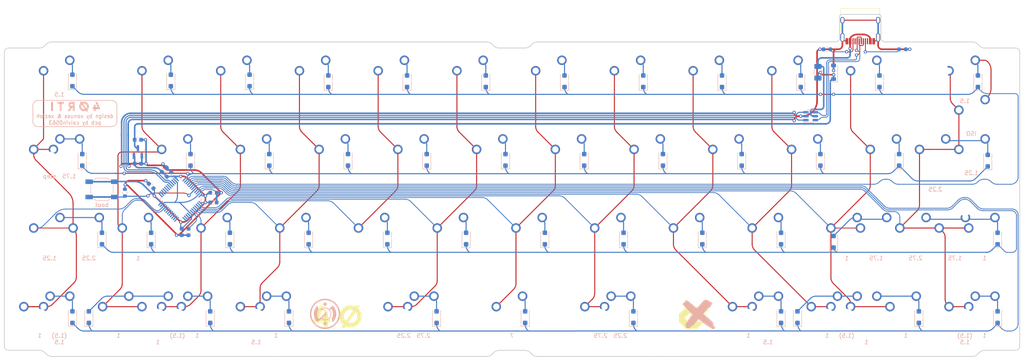
<source format=kicad_pcb>
(kicad_pcb (version 20240108) (generator "pcbnew") (generator_version "8.0")
  (layers (0 "F.Cu" signal) (31 "B.Cu" signal) (34 "B.Paste" user) (35 "F.Paste" user) (36 "B.SilkS" user "B.Silkscreen") (37 "F.SilkS" user "F.Silkscreen") (38 "B.Mask" user) (39 "F.Mask" user) (44 "Edge.Cuts" user))
  (net 0 "")
  (net 1 "ROW0")
  (net 2 "Net-(D1-A)")
  (net 3 "Net-(D2-A)")
  (net 4 "Net-(D3-A)")
  (net 5 "Net-(D4-A)")
  (net 6 "Net-(D5-A)")
  (net 7 "Net-(D6-A)")
  (net 8 "Net-(D7-A)")
  (net 9 "Net-(D8-A)")
  (net 10 "Net-(D9-A)")
  (net 11 "Net-(D10-A)")
  (net 12 "Net-(D11-A)")
  (net 13 "Net-(D12-A)")
  (net 14 "ROW1")
  (net 15 "Net-(D13-A)")
  (net 16 "Net-(D14-A)")
  (net 17 "Net-(D15-A)")
  (net 18 "Net-(D16-A)")
  (net 19 "Net-(D17-A)")
  (net 20 "Net-(D18-A)")
  (net 21 "Net-(D19-A)")
  (net 22 "Net-(D20-A)")
  (net 23 "Net-(D21-A)")
  (net 24 "Net-(D22-A)")
  (net 25 "Net-(D23-A)")
  (net 26 "Net-(D24-A)")
  (net 27 "ROW2")
  (net 28 "Net-(D25-A)")
  (net 29 "Net-(D26-A)")
  (net 30 "Net-(D27-A)")
  (net 31 "Net-(D28-A)")
  (net 32 "Net-(D29-A)")
  (net 33 "Net-(D30-A)")
  (net 34 "Net-(D31-A)")
  (net 35 "Net-(D32-A)")
  (net 36 "Net-(D33-A)")
  (net 37 "Net-(D34-A)")
  (net 38 "Net-(D35-A)")
  (net 39 "Net-(D36-A)")
  (net 40 "ROW3")
  (net 41 "Net-(D37-A)")
  (net 42 "Net-(D38-A)")
  (net 43 "Net-(D39-A)")
  (net 44 "Net-(D41-A)")
  (net 45 "Net-(D42-A)")
  (net 46 "Net-(D43-A)")
  (net 47 "Net-(D44-A)")
  (net 48 "Net-(D45-A)")
  (net 49 "Net-(D46-A)")
  (net 50 "COL0")
  (net 51 "COL1")
  (net 52 "COL2")
  (net 53 "COL3")
  (net 54 "COL4")
  (net 55 "COL5")
  (net 56 "COL6")
  (net 57 "COL7")
  (net 58 "COL8")
  (net 59 "COL9")
  (net 60 "COL10")
  (net 61 "COL11")
  (net 62 "GND")
  (net 63 "+5V")
  (net 64 "+3V3")
  (net 65 "VBUS")
  (net 66 "/CC1")
  (net 67 "D_USB_P")
  (net 68 "D_USB_N")
  (net 70 "/CC2")
  (net 72 "D_P")
  (net 73 "D_N")
  (net 74 "NRST")
  (net 75 "BOOT0")
  (net 76 "Net-(D40-A)")
  (net 77 "Net-(D47-A)")
  (net 78 "RGB MCU")
  (footprint "PCM_marbastlib-mx:STAB_MX_ISO-ROT" (layer "F.Cu") (at 261.9375 50.8)
    (property "Reference" "ISO1" (hide yes))
    (property "Value" "MX_stab")
  )
  (footprint "Connector_USB:USB_C_Receptacle_HRO_TYPE-C-31-M-12" (layer "F.Cu") (at 234.269115 27.5375 180)
    (property "Reference" "J1" (hide yes))
    (property "Value" "USB_C_Receptacle_USB2.0")
  )
  (footprint "PCM_marbastlib-mx:SW_MX_1.5u" (layer "F.Cu") (at 230.98125 98.425)
    (property "Reference" "MX51" (hide yes))
    (property "Value" "MX_SW_HS" (hide yes))
  )
  (footprint "PCM_marbastlib-mx:SW_MX_1u" (layer "F.Cu") (at 240.50625 60.325)
    (property "Reference" "MX23" (hide yes))
    (property "Value" "MX_SW_HS" (hide yes))
  )
  (footprint "PCM_marbastlib-mx:SW_MX_1.5u" (layer "F.Cu") (at 259.55625 98.425)
    (property "Reference" "MX55" (hide yes))
    (property "Value" "MX_SW_HS" (hide yes))
  )
  (footprint "PCM_marbastlib-mx:SW_MX_1u" (layer "F.Cu") (at 73.81875 98.425)
    (property "Reference" "MX43" (hide yes))
    (property "Value" "MX_SW_HS" (hide yes))
  )
  (footprint "PCM_marbastlib-mx:SW_MX_1u" (layer "F.Cu") (at 47.625 79.375)
    (property "Reference" "MXshift2.1" (hide yes))
    (property "Value" "MX_SW_HS" (hide yes))
  )
  (footprint "PCM_marbastlib-mx:SW_MX_1u" (layer "F.Cu") (at 78.58125 79.375)
    (property "Reference" "MX27" (hide yes))
    (property "Value" "MX_SW_HS" (hide yes))
  )
  (footprint "PCM_marbastlib-mx:SW_MX_1u" (layer "F.Cu") (at 235.74375 41.275)
    (property "Reference" "MX11" (hide yes))
    (property "Value" "MX_SW_HS" (hide yes))
  )
  (footprint "PCM_marbastlib-mx:SW_MX_1.5u" (layer "F.Cu") (at 88.10625 98.425)
    (property "Reference" "MX46" (hide yes))
    (property "Value" "MX_SW_HS" (hide yes))
  )
  (footprint "PCM_marbastlib-mx:SW_MX_1u" (layer "F.Cu") (at 252.4125 60.325)
    (property "Reference" "MXenter2.1" (hide yes))
    (property "Value" "MX_SW_HS" (hide yes))
  )
  (footprint "LOGO" (layer "F.Cu") (at 107.95 98.425)
    (property "Reference" "G***" (hide yes))
    (property "Value" "LOGO" (hide yes))
  )
  (footprint "PCM_marbastlib-mx:STAB_MX_7u" (layer "F.Cu") (at 150.01875 98.425 180)
    (property "Reference" "S2" (hide yes))
    (property "Value" "7")
  )
  (footprint "PCM_marbastlib-mx:SW_MX_1.5u" (layer "F.Cu") (at 211.93125 98.425)
    (property "Reference" "MX49" (hide yes))
    (property "Value" "MX_SW_HS" (hide yes))
  )
  (footprint "PCM_marbastlib-mx:SW_MX_1u" (layer "F.Cu") (at 154.78125 79.375)
    (property "Reference" "MX31" (hide yes))
    (property "Value" "MX_SW_HS" (hide yes))
  )
  (footprint "PCM_marbastlib-mx:SW_MX_1u" (layer "F.Cu") (at 107.15625 60.325)
    (property "Reference" "MX16" (hide yes))
    (property "Value" "MX_SW_HS" (hide yes))
  )
  (footprint "PCM_marbastlib-mx:SW_MX_1u" (layer "F.Cu") (at 264.31875 79.375)
    (property "Reference" "MX38" (hide yes))
    (property "Value" "MX_SW_HS" (hide yes))
  )
  (footprint "PCM_marbastlib-mx:SW_MX_1u" (layer "F.Cu") (at 230.98125 79.375)
    (property "Reference" "MX35" (hide yes))
    (property "Value" "MX_SW_HS" (hide yes))
  )
  (footprint "PCM_marbastlib-mx:SW_MX_1u" (layer "F.Cu") (at 171.45 98.425)
    (property "Reference" "MXsplit2.75(1)1" (hide yes))
    (property "Value" "MX_SW_HS" (hide yes))
  )
  (footprint "PCM_marbastlib-mx:STAB_MX_2.25u" (layer "F.Cu") (at 47.625 79.375)
    (property "Reference" "shift2.2" (hide yes))
    (property "Value" "MX_stab")
  )
  (footprint "LOGO" (layer "F.Cu") (at 193.675 98.425)
    (property "Reference" "G***" (hide yes))
    (property "Value" "LOGO" (hide yes))
  )
  (footprint "PCM_marbastlib-mx:SW_MX_1u" (layer "F.Cu") (at 178.59375 41.275)
    (property "Reference" "MX8" (hide yes))
    (property "Value" "MX_SW_HS" (hide yes))
  )
  (footprint "PCM_marbastlib-mx:SW_MX_1.75u" (layer "F.Cu") (at 42.8625 60.325)
    (property "Reference" "MX13" (hide yes))
    (property "Value" "MX_SW_HS" (hide yes))
  )
  (footprint "PCM_marbastlib-mx:SW_MX_1u" (layer "F.Cu") (at 173.83125 79.375)
    (property "Reference" "MX32" (hide yes))
    (property "Value" "MX_SW_HS" (hide yes))
  )
  (footprint "PCM_marbastlib-mx:SW_MX_1u" (layer "F.Cu") (at 261.9375 50.8)
    (property "Reference" "MXISO1" (hide yes))
    (property "Value" "MX_SW_HS" (hide yes))
  )
  (footprint "PCM_marbastlib-mx:SW_MX_1u" (layer "F.Cu") (at 202.40625 60.325)
    (property "Reference" "MX21" (hide yes))
    (property "Value" "MX_SW_HS" (hide yes))
  )
  (footprint "PCM_marbastlib-mx:SW_MX_1u" (layer "F.Cu") (at 128.5875 98.425)
    (property "Reference" "MXsplit2.1" (hide yes))
    (property "Value" "MX_SW_HS" (hide yes))
  )
  (footprint "PCM_marbastlib-mx:SW_MX_1u" (layer "F.Cu") (at 102.39375 41.275)
    (property "Reference" "MX4" (hide yes))
    (property "Value" "MX_SW_HS" (hide yes))
  )
  (footprint "PCM_marbastlib-mx:SW_MX_1u" (layer "F.Cu") (at 92.86875 98.425)
    (property "Reference" "MX45" (hide yes))
    (property "Value" "MX_SW_HS" (hide yes))
  )
  (footprint "PCM_marbastlib-mx:SW_MX_1u" (layer "F.Cu") (at 135.73125 79.375)
    (property "Reference" "MX30" (hide yes))
    (property "Value" "MX_SW_HS" (hide yes))
  )
  (footprint "PCM_marbastlib-mx:SW_MX_1.5u" (layer "F.Cu") (at 40.48125 41.275)
    (property "Reference" "MX1" (hide yes))
    (property "Value" "MX_SW_HS" (hide yes))
  )
  (footprint "PCM_marbastlib-mx:SW_MX_1u" (layer "F.Cu") (at 211.93125 79.375)
    (property "Reference" "MX34" (hide yes))
    (property "Value" "MX_SW_HS" (hide yes))
  )
  (footprint "PCM_marbastlib-mx:SW_MX_1.25u" (layer "F.Cu") (at 38.1 79.375)
    (property "Reference" "MX25" (hide yes))
    (property "Value" "MX_SW_HS" (hide yes))
  )
  (footprint "PCM_marbastlib-mx:STAB_MX_2.25u" (layer "F.Cu") (at 252.4125 60.325 180)
    (property "Reference" "enter2.1" (hide yes))
    (property "Value" "MX_stab")
  )
  (footprint "PCM_marbastlib-mx:SW_MX_1u" (layer "F.Cu") (at 116.68125 79.375)
    (property "Reference" "MX29" (hide yes))
    (property "Value" "MX_SW_HS" (hide yes))
  )
  (footprint "PCM_marbastlib-mx:SW_MX_1u" (layer "F.Cu") (at 235.74375 98.425)
    (property "Reference" "MX53" (hide yes))
    (property "Value" "MX_SW_HS" (hide yes))
  )
  (footprint "PCM_marbastlib-mx:SW_MX_1u" (layer "F.Cu") (at 221.45625 60.325)
    (property "Reference" "MX22" (hide yes))
    (property "Value" "MX_SW_HS" (hide yes))
  )
  (footprint "PCM_marbastlib-mx:SW_MX_1u" (layer "F.Cu") (at 126.20625 60.325)
    (property "Reference" "MX17" (hide yes))
    (property "Value" "MX_SW_HS" (hide yes))
  )
  (footprint "PCM_marbastlib-mx:SW_MX_1u" (layer "F.Cu") (at 150.01875 98.425)
    (property "Reference" "MX47" (hide yes))
    (property "Value" "MX_SW_HS" (hide yes))
  )
  (footprint "PCM_marbastlib-mx:STAB_MX_2.25u" (layer "F.Cu") (at 123.825 98.425 180)
    (property "Reference" "S1" (hide yes))
    (property "Value" "225")
  )
  (footprint "PCM_marbastlib-mx:SW_MX_1.5u" (layer "F.Cu") (at 69.05625 98.425)
    (property "Reference" "MX44" (hide yes))
    (property "Value" "MX_SW_HS" (hide yes))
  )
  (footprint "PCM_marbastlib-mx:SW_MX_1.75u" (layer "F.Cu") (at 238.125 79.375)
    (property "Reference" "MX36" (hide yes))
    (property "Value" "MX_SW_HS" (hide yes))
  )
  (footprint "PCM_marbastlib-mx:SW_MX_1u" (layer "F.Cu") (at 59.53125 79.375)
    (property "Reference" "MX26" (hide yes))
    (property "Value" "MX_SW_HS" (hide yes))
  )
  (footprint "PCM_marbastlib-mx:SW_MX_1u" (layer "F.Cu") (at 83.34375 41.275)
    (property "Reference" "MX3" (hide yes))
    (property "Value" "MX_SW_HS" (hide yes))
  )
  (footprint "PCM_marbastlib-mx:STAB_MX_2.25u" (layer "F.Cu") (at 176.2125 98.425 180)
    (property "Reference" "S4" (hide yes))
    (property "Value" "225")
  )
  (footprint "PCM_marbastlib-mx:SW_MX_1.75u" (layer "F.Cu") (at 257.175 79.375)
    (property "Reference" "MX37" (hide yes))
    (property "Value" "MX_SW_HS" (hide yes))
  )
  (footprint "PCM_marbastlib-mx:SW_MX_1.25u" (layer "F.Cu") (at 261.9375 60.325)
    (property "Reference" "MX24" (hide yes))
    (property "Value" "MX_SW_HS" (hide yes))
  )
  (footprint "PCM_marbastlib-mx:STAB_MX_2.75u" (layer "F.Cu") (at 171.45 98.425 180)
    (property "Reference" "S3" (hide yes))
    (property "Value" "275")
  )
  (footprint "PCM_marbastlib-mx:SW_MX_1u" (layer "F.Cu") (at 64.29375 98.425)
    (property "Reference" "MX42" (hide yes))
    (property "Value" "MX_SW_HS" (hide yes))
  )
  (footprint "PCM_marbastlib-mx:SW_MX_1u" (layer "F.Cu") (at 192.88125 79.375)
    (property "Reference" "MX33" (hide yes))
    (property "Value" "MX_SW_HS" (hide yes))
  )
  (footprint "PCM_marbastlib-mx:SW_MX_1u" (layer "F.Cu") (at 121.44375 41.275)
    (property "Reference" "MX5" (hide yes))
    (property "Value" "MX_SW_HS" (hide yes))
  )
  (footprint "PCM_marbastlib-mx:SW_MX_1u" (layer "F.Cu") (at 226.21875 98.425)
    (property "Reference" "MX50" (hide yes))
    (property "Value" "MX_SW_HS" (hide yes))
  )
  (footprint "PCM_marbastlib-mx:STAB_MX_2.75u" (layer "F.Cu") (at 128.5875 98.425 180)
    (property "Reference" "S5" (hide yes))
    (property "Value" "275")
  )
  (footprint "PCM_marbastlib-mx:SW_MX_1u" (layer "F.Cu") (at 123.825 98.425)
    (property "Reference" "MXsplit2.25(1)1" (hide yes))
    (property "Value" "MX_SW_HS" (hide yes))
  )
  (footprint "PCM_marbastlib-mx:SW_MX_1u" (layer "F.Cu") (at 97.63125 79.375)
    (property "Reference" "MX28" (hide yes))
    (property "Value" "MX_SW_HS" (hide yes))
  )
  (footprint "PCM_marbastlib-mx:SW_MX_1u" (layer "F.Cu") (at 145.25625 60.325)
    (property "Reference" "MX18" (hide yes))
    (property "Value" "MX_SW_HS" (hide yes))
  )
  (footprint "PCM_marbastlib-mx:SW_MX_1.75u_STP_1.25" (layer "F.Cu") (at 38.1 60.325)
    (property "Reference" "MXcaps1" (hide yes))
    (property "Value" "MX_SW_HS" (hide yes))
  )
  (footprint "PCM_marbastlib-mx:SW_MX_1.5u" (layer "F.Cu") (at 40.48125 98.425)
    (property "Reference" "MX40" (hide yes))
    (property "Value" "MX_SW_HS" (hide yes))
  )
  (footprint "PCM_marbastlib-mx:SW_MX_1u" (layer "F.Cu") (at 88.10625 60.325)
    (property "Reference" "MX15" (hide yes))
    (property "Value" "MX_SW_HS" (hide yes))
  )
  (footprint "PCM_marbastlib-mx:SW_MX_1u" (layer "F.Cu") (at 264.31875 98.425)
    (property "Reference" "MX54" (hide yes))
    (property "Value" "MX_SW_HS" (hide yes))
  )
  (footprint "PCM_marbastlib-mx:SW_MX_1u" (layer "F.Cu") (at 35.71875 98.425)
    (property "Reference" "MX39" (hide yes))
    (property "Value" "MX_SW_HS" (hide yes))
  )
  (footprint "PCM_marbastlib-mx:STAB_MX_2.75u" (layer "F.Cu") (at 247.65 79.375)
    (property "Reference" "shift2.1" (hide yes))
    (property "Value" "MX_stab")
  )
  (footprint "PCM_marbastlib-mx:SW_MX_1u" (layer "F.Cu") (at 216.69375 41.275)
    (property "Reference" "MX10" (hide yes))
    (property "Value" "MX_SW_HS" (hide yes))
  )
  (footprint "PCM_marbastlib-mx:SW_MX_1u" (layer "F.Cu") (at 197.64375 41.275)
    (property "Reference" "MX9" (hide yes))
    (property "Value" "MX_SW_HS" (hide yes))
  )
  (footprint "PCM_marbastlib-mx:SW_MX_1u" (layer "F.Cu") (at 245.26875 98.425)
    (property "Reference" "MX52" (hide yes))
    (property "Value" "MX_SW_HS" (hide yes))
  )
  (footprint "PCM_marbastlib-mx:SW_MX_1u" (layer "F.Cu") (at 183.35625 60.325)
    (property "Reference" "MX20" (hide yes))
    (property "Value" "MX_SW_HS" (hide yes))
  )
  (footprint "PCM_marbastlib-mx:SW_MX_1u" (layer "F.Cu") (at 140.49375 41.275)
    (property "Reference" "MX6" (hide yes))
    (property "Value" "MX_SW_HS" (hide yes))
  )
  (footprint "PCM_marbastlib-mx:SW_MX_1u" (layer "F.Cu") (at 247.65 79.375)
    (property "Reference" "MXshift2.2" (hide yes))
    (property "Value" "MX_SW_HS" (hide yes))
  )
  (footprint "PCM_marbastlib-mx:SW_MX_1.5u" (layer "F.Cu") (at 259.55625 41.275)
    (property "Reference" "MX12" (hide yes))
    (property "Value" "MX_SW_HS" (hide yes))
  )
  (footprint "PCM_marbastlib-mx:SW_MX_1u" (layer "F.Cu") (at 164.30625 60.325)
    (property "Reference" "MX19" (hide yes))
    (property "Value" "MX_SW_HS" (hide yes))
  )
  (footprint "PCM_marbastlib-mx:SW_MX_1u" (layer "F.Cu") (at 176.2125 98.425)
    (property "Reference" "MXsplit2.2" (hide yes))
    (property "Value" "MX_SW_HS" (hide yes))
  )
  (footprint "PCM_marbastlib-mx:SW_MX_1u" (layer "F.Cu") (at 159.54375 41.275)
    (property "Reference" "MX7" (hide yes))
    (property "Value" "MX_SW_HS" (hide yes))
  )
  (footprint "PCM_marbastlib-mx:SW_MX_1u" (layer "F.Cu") (at 69.05625 60.325)
    (property "Reference" "MX14" (hide yes))
    (property "Value" "MX_SW_HS" (hide yes))
  )
  (footprint "PCM_marbastlib-mx:SW_MX_1u" (layer "F.Cu") (at 207.16875 98.425)
    (property "Reference" "MX48" (hide yes))
    (property "Value" "MX_SW_HS" (hide yes))
  )
  (footprint "PCM_marbastlib-mx:SW_MX_1u" (layer "F.Cu") (at 54.76875 98.425)
    (property "Reference" "MX41" (hide yes))
    (property "Value" "MX_SW_HS" (hide yes))
  )
  (footprint "PCM_marbastlib-mx:SW_MX_1u" (layer "F.Cu") (at 64.29375 41.275)
    (property "Reference" "MX2" (hide yes))
    (property "Value" "MX_SW_HS" (hide yes))
  )
  (footprint "Diode_SMD:D_SOD-123F" (layer "B.Cu") (at 119.85625 79.375 90)
    (property "Reference" "D29" (hide yes))
    (property "Value" "D_Small")
  )
  (footprint "Diode_SMD:D_SOD-123F" (layer "B.Cu") (at 267.49375 79.375 90)
    (property "Reference" "D36" (hide yes))
    (property "Value" "D_Small")
  )
  (footprint "Diode_SMD:D_SOD-123F" (layer "B.Cu") (at 46.0375 60.325 90)
    (property "Reference" "D13" (hide yes))
    (property "Value" "D_Small")
  )
  (footprint "Diode_SMD:D_SOD-123F" (layer "B.Cu") (at 131.7625 98.425 90)
    (property "Reference" "D41" (hide yes))
    (property "Value" "D_Small")
  )
  (footprint "Diode_SMD:D_SOD-123F" (layer "B.Cu") (at 186.53125 60.325 90)
    (property "Reference" "D20" (hide yes))
    (property "Value" "D_Small")
  )
  (footprint "Diode_SMD:D_SOD-123F" (layer "B.Cu") (at 62.70625 79.375 90)
    (property "Reference" "D26" (hide yes))
    (property "Value" "D_Small")
  )
  (footprint "Resistor_SMD:R_0603_1608Metric" (layer "B.Cu") (at 244.475 33.5375)
    (property "Reference" "R1" (hide yes))
    (property "Value" "5k1")
  )
  (footprint "Diode_SMD:D_SOD-123F" (layer "B.Cu") (at 224.63125 60.325 90)
    (property "Reference" "D22" (hide yes))
    (property "Value" "D_Small")
  )
  (footprint "Diode_SMD:D_SOD-123F" (layer "B.Cu") (at 177.00625 79.375 90)
    (property "Reference" "D32" (hide yes))
    (property "Value" "D_Small")
  )
  (footprint "Resistor_SMD:R_0603_1608Metric" (layer "B.Cu") (at 226.21875 33.5375 180)
    (property "Reference" "R2" (hide yes))
    (property "Value" "5k1")
  )
  (footprint "Diode_SMD:D_SOD-123F" (layer "B.Cu") (at 91.28125 60.325 90)
    (property "Reference" "D15" (hide yes))
    (property "Value" "D_Small")
  )
  (footprint "Diode_SMD:D_SOD-123F" (layer "B.Cu") (at 96.04375 98.425 90)
    (property "Reference" "D40" (hide yes))
    (property "Value" "D_Small")
  )
  (footprint "Diode_SMD:D_SOD-123F" (layer "B.Cu") (at 157.95625 79.375 90)
    (property "Reference" "D31" (hide yes))
    (property "Value" "D_Small")
  )
  (footprint "Diode_SMD:D_SOD-123F" (layer "B.Cu") (at 205.58125 60.325 90)
    (property "Reference" "D21" (hide yes))
    (property "Value" "D_Small")
  )
  (footprint "Diode_SMD:D_SOD-123F" (layer "B.Cu") (at 105.56875 41.275 90)
    (property "Reference" "D4" (hide yes))
    (property "Value" "D_Small")
  )
  (footprint "Diode_SMD:D_SOD-123F" (layer "B.Cu") (at 200.81875 41.275 90)
    (property "Reference" "D9" (hide yes))
    (property "Value" "D_Small")
  )
  (footprint "Diode_SMD:D_SOD-123F" (layer "B.Cu") (at 215.10625 79.375 90)
    (property "Reference" "D34" (hide yes))
    (property "Value" "D_Small")
  )
  (footprint "Diode_SMD:D_SOD-123F" (layer "B.Cu") (at 265.1125 60.5125 90)
    (property "Reference" "D24" (hide yes))
    (property "Value" "D_Small")
  )
  (footprint "Diode_SMD:D_SOD-123F" (layer "B.Cu") (at 81.75625 79.375 90)
    (property "Reference" "D27" (hide yes))
    (property "Value" "D_Small")
  )
  (footprint "Diode_SMD:D_SOD-123F" (layer "B.Cu") (at 110.33125 60.325 90)
    (property "Reference" "D16" (hide yes))
    (property "Value" "D_Small")
  )
  (footprint "Diode_SMD:D_SOD-123F" (layer "B.Cu") (at 86.51875 41.0875 90)
    (property "Reference" "D3" (hide yes))
    (property "Value" "D_Small")
  )
  (footprint "Diode_SMD:D_SOD-123F" (layer "B.Cu") (at 153.19375 98.425 90)
    (property "Reference" "D42" (hide yes))
    (property "Value" "D_Small")
  )
  (footprint "Diode_SMD:D_SOD-123F" (layer "B.Cu") (at 100.80625 79.375 90)
    (property "Reference" "D28" (hide yes))
    (property "Value" "D_Small")
  )
  (footprint "Button_Switch_SMD:SW_SPST_SKQG_WithoutStem" (layer "B.Cu") (at 50.8 67.46875 180)
    (property "Reference" "SW1" (hide yes))
    (property "Value" "SKQGABE010")
  )
  (footprint "Diode_SMD:D_SOD-123F" (layer "B.Cu") (at 219.86875 41.275 90)
    (property "Reference" "D10" (hide yes))
    (property "Value" "D_Small")
  )
  (footprint "Capacitor_SMD:C_0603_1608Metric" (layer "B.Cu") (at 70.105094 77.7875 -90)
    (property "Reference" "C7" (hide yes))
    (property "Value" "100nF")
  )
  (footprint "Capacitor_SMD:C_0603_1608Metric" (layer "B.Cu") (at 62.70625 66.675 135)
    (property "Reference" "C4" (hide yes))
    (property "Value" "100nF")
  )
  (footprint "Diode_SMD:D_SOD-123" (layer "B.Cu") (at 227.80625 39.09375 90)
    (property "Reference" "D_PWR1" (hide yes))
    (property "Value" "SMF9.0CA")
  )
  (footprint "Diode_SMD:D_SOD-123F" (layer "B.Cu") (at 47.625 98.425 90)
    (property "Reference" "D38" (hide yes))
    (property "Value" "D_Small")
  )
  (footprint "Diode_SMD:D_SOD-123F" (layer "B.Cu") (at 215.10625 98.425 90)
    (property "Reference" "D44" (hide yes))
    (property "Value" "D_Small")
  )
  (footprint "Diode_SMD:D_SOD-123F" (layer "B.Cu") (at 67.46875 41.0875 90)
    (property "Reference" "D2" (hide yes))
    (property "Value" "D_Small")
  )
  (footprint "Capacitor_SMD:C_0603_1608Metric" (layer "B.Cu") (at 77.7875 70.64375)
    (property "Reference" "C8" (hide yes))
    (property "Value" "100nF")
  )
  (footprint "LOGO" (layer "B.Cu") (at 104.775 97.63125 180)
    (property "Reference" "G***" (hide yes))
    (property "Value" "LOGO" (hide yes))
  )
  (footprint "Diode_SMD:D_SOD-123F" (layer "B.Cu") (at 243.68125 60.325 90)
    (property "Reference" "D23" (hide yes))
    (property "Value" "D_Small")
  )
  (footprint "Diode_SMD:D_SOD-123F" (layer "B.Cu") (at 43.65625 41.0875 90)
    (property "Reference" "D1" (hide yes))
    (property "Value" "D_Small")
  )
  (footprint "Diode_SMD:D_SOD-123F" (layer "B.Cu") (at 76.99375 98.425 90)
    (property "Reference" "D39" (hide yes))
    (property "Value" "D_Small")
  )
  (footprint "Diode_SMD:D_SOD-123F" (layer "B.Cu") (at 138.90625 79.375 90)
    (property "Reference" "D30" (hide yes))
    (property "Value" "D_Small")
  )
  (footprint "Package_QFP:LQFP-48_7x7mm_P0.5mm" (layer "B.Cu") (at 69.85 69.85 135)
    (property "Reference" "U2" (hide yes))
    (property "Value" "STM32F072C8Tx")
  )
  (footprint "Diode_SMD:D_SOD-123F" (layer "B.Cu") (at 181.76875 41.275 90)
    (property "Reference" "D8" (hide yes))
    (property "Value" "D_Small")
  )
  (footprint "LOGO" (layer "B.Cu") (at 44.249999 47.465427 180)
    (property "Reference" "G***" (hide yes))
    (property "Value" "LOGO" (hide yes))
  )
  (footprint "LOGO" (layer "B.Cu") (at 195.2625 97.63125 180)
    (property "Reference" "G***" (hide yes))
    (property "Value" "LOGO" (hide yes))
  )
  (footprint "Package_TO_SOT_SMD:SOT-23" (layer "B.Cu") (at 59.49 58.42 90)
    (property "Reference" "U3" (hide yes))
    (property "Value" "XC6206PxxxMR-Regulator_Linear")
  )
  (footprint "Diode_SMD:D_SOD-123F" (layer "B.Cu") (at 238.91875 41.275 90)
    (property "Reference" "D11" (hide yes))
    (property "Value" "D_Small")
  )
  (footprint "Diode_SMD:D_SOD-123F" (layer "B.Cu") (at 50.8 79.375 90)
    (property "Reference" "D25" (hide yes))
    (property "Value" "D_Small")
  )
  (footprint "Diode_SMD:D_SOD-123F" (layer "B.Cu") (at 227.80625 80.16875 90)
    (property "Reference" "D35" (hide yes))
    (property "Value" "D_Small")
  )
  (footprint "Diode_SMD:D_SOD-123F" (layer "B.Cu") (at 262.73125 41.275 90)
    (property "Reference" "D12" (hide yes))
    (property "Value" "D_Small")
  )
  (footprint "Diode_SMD:D_SOD-123F" (layer "B.Cu") (at 143.66875 41.275 90)
    (property "Reference" "D6" (hide yes))
    (property "Value" "D_Small")
  )
  (footprint "Package_TO_SOT_SMD:SOT-23-6" (layer "B.Cu") (at 222.256113 49.74227)
    (property "Reference" "U1" (hide yes))
    (property "Value" "USBLC6-2SC6")
  )
  (footprint "Diode_SMD:D_SOD-123F" (layer "B.Cu") (at 129.38125 60.325 90)
    (property "Reference" "D17" (hide yes))
    (property "Value" "D_Small")
  )
  (footprint "Diode_SMD:D_SOD-123F" (layer "B.Cu") (at 162.71875 41.275 90)
    (property "Reference" "D7" (hide yes))
    (property "Value" "D_Small")
  )
  (footprint "Capacitor_SMD:C_0603_1608Metric" (layer "B.Cu") (at 59.490808 61.249873 180)
    (property "Reference" "C2" (hide yes))
    (property "Value" "1uF")
  )
  (footprint "Diode_SMD:D_SOD-123F" (layer "B.Cu") (at 124.61875 41.275 90)
    (property "Reference" "D5" (hide yes))
    (property "Value" "D_Small")
  )
  (footprint "Diode_SMD:D_SOD-123F" (layer "B.Cu") (at 148.43125 60.325 90)
    (property "Reference" "D18" (hide yes))
    (property "Value" "D_Small")
  )
  (footprint "Resistor_SMD:R_0603_1608Metric" (layer "B.Cu") (at 56.35625 68.2625 90)
    (property "Reference" "R3" (hide yes))
    (property "Value" "10k")
  )
  (footprint "Diode_SMD:D_SOD-123F" (layer "B.Cu") (at 219.075 98.425 90)
    (property "Reference" "D45" (hide yes))
    (property "Value" "D_Small")
  )
  (footprint "Capacitor_SMD:C_0603_1608Metric" (layer "B.Cu") (at 67.042479 63.850387 45)
    (property "Reference" "C5" (hide yes))
    (property "Value" "100nF")
  )
  (footprint "Diode_SMD:D_SOD-123F" (layer "B.Cu") (at 72.23125 60.325 90)
    (property "Reference" "D14" (hide yes))
    (property "Value" "D_Small")
  )
  (footprint "Fuse:Fuse_1206_3216Metric" (layer "B.Cu") (at 224.03125 39.09375 -90)
    (property "Reference" "F1" (hide yes))
    (property "Value" "500mA")
  )
  (footprint "Diode_SMD:D_SOD-123F" (layer "B.Cu") (at 267.49375 98.425 90)
    (property "Reference" "D47" (hide yes))
    (property "Value" "D_Small")
  )
  (footprint "Capacitor_SMD:C_0603_1608Metric" (layer "B.Cu") (at 71.737281 77.800116 -90)
    (property "Reference" "C9" (hide yes))
    (property "Value" "100nF")
  )
  (footprint "Diode_SMD:D_SOD-123F" (layer "B.Cu") (at 248.44375 98.425 90)
    (property "Reference" "D46" (hide yes))
    (property "Value" "D_Small")
  )
  (footprint "Diode_SMD:D_SOD-123F" (layer "B.Cu") (at 196.05625 79.375 90)
    (property "Reference" "D33" (hide yes))
    (property "Value" "D_Small")
  )
  (footprint "Diode_SMD:D_SOD-123F" (layer "B.Cu") (at 179.3875 98.425 90)
    (property "Reference" "D43" (hide yes))
    (property "Value" "D_Small")
  )
  (footprint "Diode_SMD:D_SOD-123F" (layer "B.Cu") (at 167.48125 60.325 90)
    (property "Reference" "D19" (hide yes))
    (property "Value" "D_Small")
  )
  (footprint "Diode_SMD:D_SOD-123F" (layer "B.Cu") (at 43.65625 98.425 90)
    (property "Reference" "D37" (hide yes))
    (property "Value" "D_Small")
  )
  (footprint "Capacitor_SMD:C_0603_1608Metric" (layer "B.Cu") (at 59.49 55.4575 180)
    (property "Reference" "C1" (hide yes))
    (property "Value" "1uF")
  )
  (footprint "Capacitor_SMD:C_0603_1608Metric" (layer "B.Cu") (at 77.7875 68.28125)
    (property "Reference" "C6" (hide yes))
    (property "Value" "100nF")
  )
  (footprint "Capacitor_SMD:C_0603_1608Metric" (layer "B.Cu") (at 65.884308 62.717543 45)
    (property "Reference" "C3" (hide yes))
    (property "Value" "10uF")
  )
  (gr_arc (start 34.089999 47.189999) (mid 34.461973 46.291973) (end 35.359999 45.919999) (stroke (width 0.15)) (layer "B.SilkS"))
  (gr_line (start 53.139999 45.919999) (end 35.359999 45.919999) (stroke (width 0.15)) (layer "B.SilkS"))
  (gr_arc (start 54.409998 50.999998) (mid 54.038024 51.898024) (end 53.139998 52.269998) (stroke (width 0.15)) (layer "B.SilkS"))
  (gr_line (start 54.409999 50.999999) (end 54.409999 47.189999) (stroke (width 0.15)) (layer "B.SilkS"))
  (gr_arc (start 53.139999 45.919999) (mid 54.038025 46.291973) (end 54.409999 47.189999) (stroke (width 0.15)) (layer "B.SilkS"))
  (gr_line (start 34.089999 47.189999) (end 34.089999 50.999999) (stroke (width 0.15)) (layer "B.SilkS"))
  (gr_line (start 35.359999 52.269999) (end 53.139999 52.269999) (stroke (width 0.15)) (layer "B.SilkS"))
  (gr_arc (start 35.359999 52.269999) (mid 34.461973 51.898025) (end 34.089999 50.999999) (stroke (width 0.15)) (layer "B.SilkS"))
  (gr_arc (start 146.950712 33.232775) (mid 146.089674 33.037938) (end 145.396397 32.491388) (stroke (width 0.2)) (layer "Edge.Cuts"))
  (gr_line (start 153.086788 33.232775) (end 146.950712 33.232775) (stroke (width 0.2)) (layer "Edge.Cuts"))
  (gr_line (start 28.19375 106.47079) (end 35.612746 106.47079) (stroke (width 0.2)) (layer "Edge.Cuts"))
  (gr_line (start 238.7625 25.075) (end 229.7625 25.075) (stroke (width 0.2)) (layer "Edge.Cuts"))
  (gr_arc (start 229.2625 25.575) (mid 229.408947 25.221447) (end 229.7625 25.075) (stroke (width 0.2)) (layer "Edge.Cuts"))
  (gr_arc (start 145.396885 107.210395) (mid 144.704018 107.755656) (end 143.844015 107.95) (stroke (width 0.2)) (layer "Edge.Cuts"))
  (gr_line (start 146.949754 106.470791) (end 153.087746 106.470791) (stroke (width 0.2)) (layer "Edge.Cuts"))
  (gr_arc (start 238.7625 25.075) (mid 239.116053 25.221447) (end 239.2625 25.575) (stroke (width 0.2)) (layer "Edge.Cuts"))
  (gr_line (start 228.2625 31.75) (end 156.195417 31.75) (stroke (width 0.2)) (layer "Edge.Cuts"))
  (gr_line (start 143.842083 31.75) (end 38.720417 31.75) (stroke (width 0.2)) (layer "Edge.Cuts"))
  (gr_line (start 272.84375 105.47079) (end 272.84375 34.232775) (stroke (width 0.2)) (layer "Edge.Cuts"))
  (gr_line (start 229.2625 25.575) (end 229.2625 30.75) (stroke (width 0.2)) (layer "Edge.Cuts"))
  (gr_arc (start 271.84375 33.232775) (mid 272.550857 33.525668) (end 272.84375 34.232775) (stroke (width 0.2)) (layer "Edge.Cuts"))
  (gr_arc (start 154.641103 32.491388) (mid 155.334379 31.944837) (end 156.195417 31.75) (stroke (width 0.2)) (layer "Edge.Cuts"))
  (gr_arc (start 143.842083 31.75) (mid 144.703121 31.944837) (end 145.396397 32.491388) (stroke (width 0.2)) (layer "Edge.Cuts"))
  (gr_line (start 271.84375 33.232775) (end 264.425712 33.232775) (stroke (width 0.2)) (layer "Edge.Cuts"))
  (gr_arc (start 264.425712 33.232775) (mid 263.564674 33.037938) (end 262.871397 32.491388) (stroke (width 0.2)) (layer "Edge.Cuts"))
  (gr_line (start 264.424754 106.47079) (end 271.84375 106.47079) (stroke (width 0.2)) (layer "Edge.Cuts"))
  (gr_arc (start 145.396885 107.210395) (mid 146.089751 106.665134) (end 146.949754 106.470791) (stroke (width 0.2)) (layer "Edge.Cuts"))
  (gr_arc (start 262.871885 107.210395) (mid 262.179018 107.755656) (end 261.319015 107.95) (stroke (width 0.2)) (layer "Edge.Cuts"))
  (gr_arc (start 38.718485 107.95) (mid 37.858482 107.755656) (end 37.165615 107.210395) (stroke (width 0.2)) (layer "Edge.Cuts"))
  (gr_arc (start 153.087746 106.470791) (mid 153.947749 106.665134) (end 154.640615 107.210395) (stroke (width 0.2)) (layer "Edge.Cuts"))
  (gr_line (start 27.19375 34.232775) (end 27.19375 105.47079) (stroke (width 0.2)) (layer "Edge.Cuts"))
  (gr_line (start 35.611788 33.232775) (end 28.19375 33.232775) (stroke (width 0.2)) (layer "Edge.Cuts"))
  (gr_arc (start 154.641103 32.491388) (mid 153.947827 33.037938) (end 153.086788 33.232775) (stroke (width 0.2)) (layer "Edge.Cuts"))
  (gr_arc (start 262.871885 107.210395) (mid 263.564751 106.665134) (end 264.424754 106.47079) (stroke (width 0.2)) (layer "Edge.Cuts"))
  (gr_line (start 156.193485 107.95) (end 261.319015 107.95) (stroke (width 0.2)) (layer "Edge.Cuts"))
  (gr_arc (start 261.317083 31.75) (mid 262.178121 31.944837) (end 262.871397 32.491388) (stroke (width 0.2)) (layer "Edge.Cuts"))
  (gr_arc (start 240.2625 31.75) (mid 239.555393 31.457107) (end 239.2625 30.75) (stroke (width 0.2)) (layer "Edge.Cuts"))
  (gr_arc (start 28.19375 106.47079) (mid 27.486643 106.177897) (end 27.19375 105.47079) (stroke (width 0.2)) (layer "Edge.Cuts"))
  (gr_arc (start 156.193485 107.95) (mid 155.333482 107.755656) (end 154.640615 107.210395) (stroke (width 0.2)) (layer "Edge.Cuts"))
  (gr_arc (start 37.166103 32.491388) (mid 36.472827 33.037938) (end 35.611788 33.232775) (stroke (width 0.2)) (layer "Edge.Cuts"))
  (gr_arc (start 229.2625 30.75) (mid 228.969607 31.457107) (end 228.2625 31.75) (stroke (width 0.2)) (layer "Edge.Cuts"))
  (gr_line (start 38.718485 107.95) (end 143.844015 107.95) (stroke (width 0.2)) (layer "Edge.Cuts"))
  (gr_line (start 261.317083 31.75) (end 240.2625 31.75) (stroke (width 0.2)) (layer "Edge.Cuts"))
  (gr_arc (start 27.19375 34.232775) (mid 27.486643 33.525668) (end 28.19375 33.232775) (stroke (width 0.2)) (layer "Edge.Cuts"))
  (gr_arc (start 35.612746 106.47079) (mid 36.472748 106.665134) (end 37.165615 107.210395) (stroke (width 0.2)) (layer "Edge.Cuts"))
  (gr_arc (start 272.84375 105.47079) (mid 272.550857 106.177897) (end 271.84375 106.47079) (stroke (width 0.2)) (layer "Edge.Cuts"))
  (gr_arc (start 37.166103 32.491388) (mid 37.859379 31.944837) (end 38.720417 31.75) (stroke (width 0.2)) (layer "Edge.Cuts"))
  (gr_line (start 239.2625 30.75) (end 239.2625 25.575) (stroke (width 0.2)) (layer "Edge.Cuts"))
  (gr_text "7" (at 150.01875 102.8875 0) (layer "B.SilkS") (effects (font (size 1 1)) (justify mirror)))
  (gr_text "2.75" (at 247.65 84.1375 0) (layer "B.SilkS") (effects (font (size 1 1)) (justify mirror)))
  (gr_text "2.75" (at 128.5875 102.8875 0) (layer "B.SilkS") (effects (font (size 1 1)) (justify mirror)))
  (gr_text "(1.5)" (at 69.05625 102.8875 0) (layer "B.SilkS") (effects (font (size 1 1)) (justify mirror)))
  (gr_text "(1.5)" (at 40.48125 102.8875 0) (layer "B.SilkS") (effects (font (size 1 1)) (justify mirror)))
  (gr_text "1" (at 264.31875 102.8875 0) (layer "B.SilkS") (effects (font (size 1 1)) (justify mirror)))
  (gr_text "(1.5)" (at 259.55625 102.8875 0) (layer "B.SilkS") (effects (font (size 1 1)) (justify mirror)))
  (gr_text "2.25" (at 47.625 84.1375 0) (layer "B.SilkS") (effects (font (size 1 1)) (justify mirror)))
  (gr_text "1" (at 35.71875 102.8875 0) (layer "B.SilkS") (effects (font (size 1 1)) (justify mirror)))
  (gr_text "2.25" (at 123.825 102.8875 0) (layer "B.SilkS") (effects (font (size 1 1)) (justify mirror)))
  (gr_text "ISO" (at 261.14375 53.975 0) (layer "B.SilkS") (effects (font (size 1 1)) (justify mirror)))
  (gr_text "1.25" (at 38.1 84.1375 0) (layer "B.SilkS") (effects (font (size 1 1)) (justify mirror)))
  (gr_text "(1.5)" (at 230.98125 102.8875 0) (layer "B.SilkS") (effects (font (size 1 1)) (justify mirror)))
  (gr_text "pcb by calvin0563" (at 44.249999 51.317499 0) (layer "B.SilkS") (effects (font (size 0.9 0.9)) (justify mirror)))
  (gr_text "1.5" (at 88.10625 104.475 0) (layer "B.SilkS") (effects (font (size 1 1)) (justify mirror)))
  (gr_text "2.75" (at 171.45 102.8875 0) (layer "B.SilkS") (effects (font (size 1 1)) (justify mirror)))
  (gr_text "1" (at 230.98125 84.1375 0) (layer "B.SilkS") (effects (font (size 1 1)) (justify mirror)))
  (gr_text "1" (at 59.53125 84.1375 0) (layer "B.SilkS") (effects (font (size 1 1)) (justify mirror)))
  (gr_text "1" (at 264.31875 84.1375 0) (layer "B.SilkS") (effects (font (size 1 1)) (justify mirror)))
  (gr_text "1.5" (at 259.55625 104.475 0) (layer "B.SilkS") (effects (font (size 1 1)) (justify mirror)))
  (gr_text "1.75" (at 257.175 84.1375 0) (layer "B.SilkS") (effects (font (size 1 1)) (justify mirror)))
  (gr_text "1" (at 235.74375 104.475 0) (layer "B.SilkS") (effects (font (size 1 1)) (justify mirror)))
  (gr_text "1.75" (at 238.125 84.1375 0) (layer "B.SilkS") (effects (font (size 1 1)) (justify mirror)))
  (gr_text "1" (at 207.16875 102.8875 0) (layer "B.SilkS") (effects (font (size 1 1)) (justify mirror)))
  (gr_text "1.75" (at 42.8625 64.29375 0) (layer "B.SilkS") (effects (font (size 1 1)) (justify mirror)))
  (gr_text "1" (at 226.21875 102.8875 0) (layer "B.SilkS") (effects (font (size 1 1)) (justify mirror)))
  (gr_text "1.5" (at 211.93125 104.475 0) (layer "B.SilkS") (effects (font (size 1 1)) (justify mirror)))
  (gr_text "1" (at 64.29375 104.475 0) (layer "B.SilkS") (effects (font (size 1 1)) (justify mirror)))
  (gr_text "1.25" (at 261.14375 63.5 0) (layer "B.SilkS") (effects (font (size 1 1)) (justify mirror)))
  (gr_text "1.5" (at 40.48125 44.45 0) (layer "B.SilkS") (effects (font (size 1 1)) (justify mirror)))
  (gr_text "step" (at 38.1 64.29375 0) (layer "B.SilkS") (effects (font (size 1 1)) (justify mirror)))
  (gr_text "1.5" (at 259.55625 46.0375 0) (layer "B.SilkS") (effects (font (size 1 1)) (justify mirror)))
  (gr_text "2.25" (at 252.4125 67.46875 0) (layer "B.SilkS") (effects (font (size 1 1)) (justify mirror)))
  (gr_text "1" (at 245.26875 102.8875 0) (layer "B.SilkS") (effects (font (size 1 1)) (justify mirror)))
  (gr_text "1" (at 73.81875 102.8875 0) (layer "B.SilkS") (effects (font (size 1 1)) (justify mirror)))
  (gr_text "design by xonuss & xezioh" (at 44.249999 49.729999 0) (layer "B.SilkS") (effects (font (size 0.9 0.9)) (justify mirror)))
  (gr_text "2.25" (at 176.2125 102.8875 0) (layer "B.SilkS") (effects (font (size 1 1)) (justify mirror)))
  (gr_text "1" (at 54.76875 102.8875 0) (layer "B.SilkS") (effects (font (size 1 1)) (justify mirror)))
  (gr_text "boot" (at 50.8 71.2375 0) (layer "B.SilkS") (effects (font (size 1 1)) (justify mirror)))
  (gr_text "1.5" (at 40.48125 104.475 0) (layer "B.SilkS") (effects (font (size 1 1)) (justify mirror)))
  (gr_text "1" (at 92.86875 102.8875 0) (layer "B.SilkS") (effects (font (size 1 1)) (justify mirror)))
  (segment (start 224.635 44.45) (end 227.80625 44.45) (width 0.25) (layer "F.Cu") (net 1))
  (via (at 227.80625 44.45) (size 0.8) (drill 0.4) (layers "F.Cu" "B.Cu") (net 1))
  (via (at 224.635 44.45) (size 0.8) (drill 0.4) (layers "F.Cu" "B.Cu") (net 1))
  (segment (start 125.4125 44.45) (end 144.4625 44.45) (width 0.25) (layer "B.Cu") (net 1))
  (segment (start 182.5625 44.45) (end 201.6125 44.45) (width 0.25) (layer "B.Cu") (net 1))
  (segment (start 86.51875 42.4875) (end 86.51875 42.827823) (width 0.25) (layer "B.Cu") (net 1))
  (segment (start 105.56875 42.675) (end 105.56875 42.827823) (width 0.25) (layer "B.Cu") (net 1))
  (segment (start 68.268675 44.443825) (end 46.441002 44.443825) (width 0.25) (layer "B.Cu") (net 1))
  (segment (start 200.81875 42.675) (end 200.81875 42.827823) (width 0.25) (layer "B.Cu") (net 1))
  (segment (start 163.5125 44.45) (end 164.30625 44.45) (width 0.25) (layer "B.Cu") (net 1))
  (segment (start 240.381985 65.01) (end 240.630515 65.01) (width 0.2) (layer "B.Cu") (net 1))
  (segment (start 201.6125 44.45) (end 220.6625 44.45) (width 0.25) (layer "B.Cu") (net 1))
  (segment (start 67.46875 42.4875) (end 67.46875 42.815473) (width 0.25) (layer "B.Cu") (net 1))
  (segment (start 262.73125 42.8625) (end 261.729536 43.864214) (width 0.25) (layer "B.Cu") (net 1))
  (segment (start 227.80625 44.45) (end 239.7125 44.45) (width 0.25) (layer "B.Cu") (net 1))
  (segment (start 260.315323 44.45) (end 239.7125 44.45) (width 0.25) (layer "B.Cu") (net 1))
  (segment (start 264.194485 65.01) (end 264.508911 65.01) (width 0.2) (layer "B.Cu") (net 1))
  (segment (start 87.104537 44.242037) (end 87.3125 44.45) (width 0.25) (layer "B.Cu") (net 1))
  (segment (start 143.66875 42.675) (end 143.66875 42.827823) (width 0.25) (layer "B.Cu") (net 1))
  (segment (start 238.91875 42.675) (end 238.91875 42.827823) (width 0.25) (layer "B.Cu") (net 1))
  (segment (start 46.441002 44.443825) (end 46.434827 44.43765) (width 0.25) (layer "B.Cu") (net 1))
  (segment (start 272.470461 64.434389) (end 272.470461 45.042157) (width 0.2) (layer "B.Cu") (net 1))
  (segment (start 81.119155 64.687421) (end 82.082047 65.650313) (width 0.2) (layer "B.Cu") (net 1))
  (segment (start 224.635 44.45) (end 220.6625 44.45) (width 0.25) (layer "B.Cu") (net 1))
  (segment (start 239.504537 44.242037) (end 239.7125 44.45) (width 0.25) (layer "B.Cu") (net 1))
  (segment (start 182.354537 44.242037) (end 182.5625 44.45) (width 0.25) (layer "B.Cu") (net 1))
  (segment (start 164.30625 44.45) (end 182.5625 44.45) (width 0.25) (layer "B.Cu") (net 1))
  (segment (start 125.4125 44.45) (end 107.15625 44.45) (width 0.25) (layer "B.Cu") (net 1))
  (segment (start 163.304537 44.242037) (end 163.5125 44.45) (width 0.25) (layer "B.Cu") (net 1))
  (segment (start 106.154537 44.242037) (end 106.3625 44.45) (width 0.25) (layer "B.Cu") (net 1))
  (segment (start 68.054537 44.229687) (end 68.2625 44.43765) (width 0.25) (layer "B.Cu") (net 1))
  (segment (start 87.3125 44.45) (end 107.15625 44.45) (width 0.25) (layer "B.Cu") (net 1))
  (segment (start 242.044729 65.595787) (end 242.099256 65.650314) (width 0.2) (layer "B.Cu") (net 1))
  (segment (start 144.4625 44.45) (end 164.30625 44.45) (width 0.25) (layer "B.Cu") (net 1))
  (segment (start 219.86875 42.675) (end 219.86875 42.827823) (width 0.25) (layer "B.Cu") (net 1))
  (segment (start 68.27485 44.45) (end 87.3125 44.45) (width 0.25) (layer "B.Cu") (net 1))
  (segment (start 262.73125 42.675) (end 262.73125 42.8625) (width 0.2) (layer "B.Cu") (net 1))
  (segment (start 265.923125 65.595787) (end 265.977652 65.650314) (width 0.2) (layer "B.Cu") (net 1))
  (segment (start 124.61875 42.675) (end 124.61875 42.827823) (width 0.25) (layer "B.Cu") (net 1))
  (segment (start 68.268675 44.443825) (end 68.27485 44.45) (width 0.25) (layer "B.Cu") (net 1))
  (segment (start 238.913245 65.650313) (end 238.967772 65.595786) (width 0.2) (layer "B.Cu") (net 1))
  (segment (start 267.391865 66.2361) (end 270.66875 66.2361) (width 0.2) (layer "B.Cu") (net 1))
  (segment (start 68.2625 44.43765) (end 68.268675 44.443825) (width 0.25) (layer "B.Cu") (net 1))
  (segment (start 271.698304 44.27) (end 264.967177 44.27) (width 0.2) (layer "B.Cu") (net 1))
  (segment (start 201.404537 44.242037) (end 201.6125 44.45) (width 0.25) (layer "B.Cu") (net 1))
  (segment (start 125.204537 44.242037) (end 125.4125 44.45) (width 0.25) (layer "B.Cu") (net 1))
  (segment (start 71.202342 65.315678) (end 71.638484 64.879536) (width 0.2) (layer "B.Cu") (net 1))
  (segment (start 83.496261 66.2361) (end 237.499031 66.2361) (width 0.2) (layer "B.Cu") (net 1))
  (segment (start 106.3625 44.45) (end 107.15625 44.45) (width 0.25) (layer "B.Cu") (net 1))
  (segment (start 263.552964 43.684214) (end 262.73125 42.8625) (width 0.2) (layer "B.Cu") (net 1))
  (segment (start 220.454537 44.242037) (end 220.6625 44.45) (width 0.25) (layer "B.Cu") (net 1))
  (segment (start 45.020613 43.851863) (end 43.65625 42.4875) (width 0.25) (layer "B.Cu") (net 1))
  (segment (start 162.71875 42.675) (end 162.71875 42.827823) (width 0.25) (layer "B.Cu") (net 1))
  (segment (start 181.76875 42.675) (end 181.76875 42.827823) (width 0.25) (layer "B.Cu") (net 1))
  (segment (start 243.513469 66.2361) (end 261.311531 66.2361) (width 0.2) (layer "B.Cu") (net 1))
  (segment (start 73.052697 64.29375) (end 80.16875 64.29375) (width 0.2) (layer "B.Cu") (net 1))
  (segment (start 262.725745 65.650313) (end 262.780272 65.595786) (width 0.2) (layer "B.Cu") (net 1))
  (segment (start 144.254537 44.242037) (end 144.4625 44.45) (width 0.25) (layer "B.Cu") (net 1))
  (arc (start 82.082047 65.650313) (mid 82.730894 66.083859) (end 83.496261 66.2361) (width 0.2) (layer "B.Cu") (net 1))
  (arc (start 219.86875 42.827823) (mid 220.020991 43.59319) (end 220.454537 44.242037) (width 0.25) (layer "B.Cu") (net 1))
  (arc (start 262.780272 65.595786) (mid 263.429118 65.162241) (end 264.194485 65.01) (width 0.2) (layer "B.Cu") (net 1))
  (arc (start 272.470461 45.042157) (mid 272.244301 44.49616) (end 271.698304 44.27) (width 0.2) (layer "B.Cu") (net 1))
  (arc (start 125.204537 44.242037) (mid 124.770991 43.59319) (end 124.61875 42.827823) (width 0.25) (layer "B.Cu") (net 1))
  (arc (start 163.304537 44.242037) (mid 162.870991 43.59319) (end 162.71875 42.827823) (width 0.25) (layer "B.Cu") (net 1))
  (arc (start 267.391865 66.2361) (mid 266.626498 66.083859) (end 265.977652 65.650314) (width 0.2) (layer "B.Cu") (net 1))
  (arc (start 261.729536 43.864214) (mid 261.08069 44.297759) (end 260.315323 44.45) (width 0.25) (layer "B.Cu") (net 1))
  (arc (start 182.354537 44.242037) (mid 181.920991 43.59319) (end 181.76875 42.827823) (width 0.25) (layer "B.Cu") (net 1))
  (arc (start 200.81875 42.827823) (mid 200.970991 43.59319) (end 201.404537 44.242037) (width 0.25) (layer "B.Cu") (net 1))
  (arc (start 240.381985 65.01) (mid 239.616618 65.162241) (end 238.967772 65.595786) (width 0.2) (layer "B.Cu") (net 1))
  (arc (start 105.56875 42.827823) (mid 105.720991 43.59319) (end 106.154537 44.242037) (width 0.25) (layer "B.Cu") (net 1))
  (arc (start 262.725745 65.650313) (mid 262.076898 66.083859) (end 261.311531 66.2361) (width 0.2) (layer "B.Cu") (net 1))
  (arc (start 143.66875 42.827823) (mid 143.820991 43.59319) (end 144.254537 44.242037) (width 0.25) (layer "B.Cu") (net 1))
  (arc (start 71.638484 64.879536) (mid 72.28733 64.445991) (end 73.052697 64.29375) (width 0.2) (layer "B.Cu") (net 1))
  (arc (start 242.099256 65.650314) (mid 242.748102 66.083859) (end 243.513469 66.2361) (width 0.2) (layer "B.Cu") (net 1))
  (arc (start 270.66875 66.2361) (mid 271.942752 65.708391) (end 272.470461 64.434389) (width 0.2) (layer "B.Cu") (net 1))
  (arc (start 264.967177 44.27) (mid 264.20181 44.117759) (end 263.552964 43.684214) (width 0.2) (layer "B.Cu") (net 1))
  (arc (start 237.499031 66.2361) (mid 238.264398 66.083859) (end 238.913245 65.650313) (width 0.2) (layer "B.Cu") (net 1))
  (arc (start 46.434827 44.43765) (mid 45.66946 44.285409) (end 45.020613 43.851863) (width 0.25) (layer "B.Cu") (net 1))
  (arc (start 80.16875 64.29375) (mid 80.683106 64.396062) (end 81.119155 64.687421) (width 0.2) (layer "B.Cu") (net 1))
  (arc (start 86.51875 42.827823) (mid 86.670991 43.59319) (end 87.104537 44.242037) (width 0.25) (layer "B.Cu") (net 1))
  (arc (start 239.504537 44.242037) (mid 239.070991 43.59319) (end 238.91875 42.827823) (width 0.25) (layer "B.Cu") (net 1))
  (arc (start 67.46875 42.815473) (mid 67.620991 43.58084) (end 68.054537 44.229687) (width 0.25) (layer "B.Cu") (net 1))
  (arc (start 264.508911 65.01) (mid 265.274278 65.162241) (end 265.923125 65.595787) (width 0.2) (layer "B.Cu") (net 1))
  (arc (start 242.044729 65.595787) (mid 241.395882 65.162241) (end 240.630515 65.01) (width 0.2) (layer "B.Cu") (net 1))
  (segment (start 43.65625 37.728025) (end 43.65625 39.6875) (width 0.25) (layer "B.Cu") (net 2))
  (arc (start 43.02125 36.195) (mid 43.491218 36.898357) (end 43.65625 37.728025) (width 0.25) (layer "B.Cu") (net 2))
  (segment (start 67.46875 37.658427) (end 67.46875 39.6) (width 0.25) (layer "B.Cu") (net 3))
  (segment (start 66.83375 36.195) (end 66.882964 36.244214) (width 0.25) (layer "B.Cu") (net 3))
  (arc (start 66.882964 36.244214) (mid 67.316509 36.89306) (end 67.46875 37.658427) (width 0.25) (layer "B.Cu") (net 3))
  (segment (start 85.88375 36.195) (end 85.932964 36.244214) (width 0.25) (layer "B.Cu") (net 4))
  (segment (start 86.51875 37.658427) (end 86.51875 39.6) (width 0.25) (layer "B.Cu") (net 4))
  (arc (start 86.51875 37.658427) (mid 86.366509 36.89306) (end 85.932964 36.244214) (width 0.25) (layer "B.Cu") (net 4))
  (segment (start 104.93375 36.195) (end 104.982964 36.244214) (width 0.25) (layer "B.Cu") (net 5))
  (segment (start 105.56875 37.658427) (end 105.56875 39.6) (width 0.25) (layer "B.Cu") (net 5))
  (arc (start 105.56875 37.658427) (mid 105.416509 36.89306) (end 104.982964 36.244214) (width 0.25) (layer "B.Cu") (net 5))
  (segment (start 123.98375 36.195) (end 124.032964 36.244214) (width 0.25) (layer "B.Cu") (net 6))
  (segment (start 124.61875 37.658427) (end 124.61875 39.6) (width 0.25) (layer "B.Cu") (net 6))
  (arc (start 124.61875 37.658427) (mid 124.466509 36.89306) (end 124.032964 36.244214) (width 0.25) (layer "B.Cu") (net 6))
  (segment (start 143.03375 36.195) (end 143.082964 36.244214) (width 0.25) (layer "B.Cu") (net 7))
  (segment (start 143.66875 37.658427) (end 143.66875 39.6) (width 0.25) (layer "B.Cu") (net 7))
  (arc (start 143.082964 36.244214) (mid 143.516509 36.89306) (end 143.66875 37.658427) (width 0.25) (layer "B.Cu") (net 7))
  (segment (start 162.71875 37.658427) (end 162.71875 39.6) (width 0.25) (layer "B.Cu") (net 8))
  (segment (start 162.08375 36.195) (end 162.132964 36.244214) (width 0.25) (layer "B.Cu") (net 8))
  (arc (start 162.71875 37.658427) (mid 162.566509 36.89306) (end 162.132964 36.244214) (width 0.25) (layer "B.Cu") (net 8))
  (segment (start 181.76875 37.658427) (end 181.76875 39.6) (width 0.25) (layer "B.Cu") (net 9))
  (segment (start 181.13375 36.195) (end 181.182964 36.244214) (width 0.25) (layer "B.Cu") (net 9))
  (arc (start 181.76875 37.658427) (mid 181.616509 36.89306) (end 181.182964 36.244214) (width 0.25) (layer "B.Cu") (net 9))
  (segment (start 200.81875 37.658427) (end 200.81875 39.6) (width 0.25) (layer "B.Cu") (net 10))
  (segment (start 200.18375 36.195) (end 200.232964 36.244214) (width 0.25) (layer "B.Cu") (net 10))
  (arc (start 200.81875 37.658427) (mid 200.666509 36.89306) (end 200.232964 36.244214) (width 0.25) (layer "B.Cu") (net 10))
  (segment (start 219.23375 36.195) (end 219.282964 36.244214) (width 0.25) (layer "B.Cu") (net 11))
  (segment (start 219.86875 37.658427) (end 219.86875 39.5) (width 0.25) (layer "B.Cu") (net 11))
  (arc (start 219.282964 36.244214) (mid 219.716509 36.89306) (end 219.86875 37.658427) (width 0.25) (layer "B.Cu") (net 11))
  (segment (start 238.91875 37.658427) (end 238.91875 39.5) (width 0.25) (layer "B.Cu") (net 12))
  (segment (start 238.28375 36.195) (end 238.332964 36.244214) (width 0.25) (layer "B.Cu") (net 12))
  (arc (start 238.91875 37.658427) (mid 238.766509 36.89306) (end 238.332964 36.244214) (width 0.25) (layer "B.Cu") (net 12))
  (segment (start 265.90625 38.516476) (end 265.90625 43.056465) (width 0.25) (layer "F.Cu") (net 13))
  (segment (start 265.033125 45.164375) (end 264.4775 45.72) (width 0.25) (layer "F.Cu") (net 13))
  (segment (start 262.09625 36.195) (end 264.258294 36.195) (width 0.25) (layer "F.Cu") (net 13))
  (arc (start 265.086815 36.538185) (mid 265.693285 37.445832) (end 265.90625 38.516476) (width 0.25) (layer "F.Cu") (net 13))
  (arc (start 265.90625 43.056465) (mid 265.679332 44.197257) (end 265.033125 45.164375) (width 0.25) (layer "F.Cu") (net 13))
  (arc (start 264.258294 36.195) (mid 264.706686 36.284191) (end 265.086815 36.538185) (width 0.25) (layer "F.Cu") (net 13))
  (segment (start 262.73125 37.658427) (end 262.73125 39.6) (width 0.25) (layer "B.Cu") (net 13))
  (segment (start 262.09625 36.195) (end 262.145464 36.244214) (width 0.25) (layer "B.Cu") (net 13))
  (arc (start 262.145464 36.244214) (mid 262.579009 36.89306) (end 262.73125 37.658427) (width 0.25) (layer "B.Cu") (net 13))
  (segment (start 71.451507 63.56875) (end 56.203822 63.56875) (width 0.25) (layer "F.Cu") (net 14))
  (via (at 71.558211 63.675454) (size 0.8) (drill 0.4) (layers "F.Cu" "B.Cu") (net 14))
  (via (at 56.177537 63.595035) (size 0.8) (drill 0.4) (layers "F.Cu" "B.Cu") (net 14))
  (arc (start 56.203822 63.56875) (mid 56.185236 63.576449) (end 56.177537 63.595035) (width 0.25) (layer "F.Cu") (net 14))
  (arc (start 71.558211 63.675454) (mid 71.526958 63.600003) (end 71.451507 63.56875) (width 0.25) (layer "F.Cu") (net 14))
  (segment (start 53.975 63.59375) (end 48.547177 63.59375) (width 0.25) (layer "B.Cu") (net 14))
  (segment (start 187.325 63.67515) (end 206.375 63.67515) (width 0.25) (layer "B.Cu") (net 14))
  (segment (start 111.125 63.67515) (end 130.175 63.67515) (width 0.25) (layer "B.Cu") (net 14))
  (segment (start 225.425 63.67515) (end 240.902673 63.67515) (width 0.25) (layer "B.Cu") (net 14))
  (segment (start 205.58125 61.725) (end 205.58125 62.052973) (width 0.25) (layer "B.Cu") (net 14))
  (segment (start 149.017037 63.467187) (end 149.225 63.67515) (width 0.25) (layer "B.Cu") (net 14))
  (segment (start 92.075 63.67515) (end 111.125 63.67515) (width 0.25) (layer "B.Cu") (net 14))
  (segment (start 129.967037 63.467187) (end 130.175 63.67515) (width 0.25) (layer "B.Cu") (net 14))
  (segment (start 91.867037 63.467187) (end 92.075 63.67515) (width 0.25) (layer "B.Cu") (net 14))
  (segment (start 47.132964 63.007964) (end 46.0375 61.9125) (width 0.25) (layer "B.Cu") (net 14))
  (segment (start 148.43125 61.725) (end 148.43125 62.052973) (width 0.25) (layer "B.Cu") (net 14))
  (segment (start 56.176252 63.59375) (end 56.177537 63.595035) (width 0.25) (layer "B.Cu") (net 14))
  (segment (start 110.33125 61.725) (end 110.33125 62.052973) (width 0.25) (layer "B.Cu") (net 14))
  (segment (start 54.903703 63.59375) (end 53.975 63.59375) (width 0.25) (layer "B.Cu") (net 14))
  (segment (start 110.917037 63.467187) (end 111.125 63.67515) (width 0.25) (layer "B.Cu") (net 14))
  (segment (start 149.225 63.67515) (end 167.48125 63.67515) (width 0.25) (layer "B.Cu") (net 14))
  (segment (start 242.316887 63.089363) (end 243.68125 61.725) (width 0.25) (layer "B.Cu") (net 14))
  (segment (start 72.817037 63.467187) (end 73.025 63.67515) (width 0.25) (layer "B.Cu") (net 14))
  (segment (start 168.067037 63.467187) (end 168.275 63.67515) (width 0.25) (layer "B.Cu") (net 14))
  (segment (start 130.175 63.67515) (end 149.225 63.67515) (width 0.25) (layer "B.Cu") (net 14))
  (segment (start 74.6125 63.67515) (end 71.558515 63.67515) (width 0.25) (layer "B.Cu") (net 14))
  (segment (start 186.53125 61.725) (end 186.53125 62.052973) (width 0.25) (layer "B.Cu") (net 14))
  (segment (start 129.38125 61.725) (end 129.38125 62.052973) (width 0.25) (layer "B.Cu") (net 14))
  (segment (start 70.848788 64.962124) (end 71.549976 64.260936) (width 0.2) (layer "B.Cu") (net 14))
  (segment (start 206.375 63.67515) (end 225.425 63.67515) (width 0.25) (layer "B.Cu") (net 14))
  (segment (start 243.68125 61.725) (end 246.804991 64.848741) (width 0.25) (layer "B.Cu") (net 14))
  (segment (start 262.17626 64.84874) (end 265.1125 61.9125) (width 0.25) (layer "B.Cu") (net 14))
  (segment (start 225.217037 63.467187) (end 225.425 63.67515) (width 0.25) (layer "B.Cu") (net 14))
  (segment (start 224.63125 61.725) (end 224.63125 62.052973) (width 0.25) (layer "B.Cu") (net 14))
  (segment (start 167.48125 61.725) (end 167.48125 62.052973) (width 0.25) (layer "B.Cu") (net 14))
  (segment (start 206.167037 63.467187) (end 206.375 63.67515) (width 0.25) (layer "B.Cu") (net 14))
  (segment (start 167.48125 63.67515) (end 168.275 63.67515) (width 0.25) (layer "B.Cu") (net 14))
  (segment (start 91.28125 61.725) (end 91.28125 62.052973) (width 0.25) (layer "B.Cu") (net 14))
  (segment (start 72.23125 61.725) (end 72.23125 62.052973) (width 0.25) (layer "B.Cu") (net 14))
  (segment (start 71.558515 63.67515) (end 71.558211 63.675454) (width 0.25) (layer "B.Cu") (net 14))
  (segment (start 53.975 63.59375) (end 56.176252 63.59375) (width 0.25) (layer "B.Cu") (net 14))
  (segment (start 72.964189 63.67515) (end 73.025 63.67515) (width 0.2) (layer "B.Cu") (net 14))
  (segment (start 74.6125 63.67515) (end 92.075 63.67515) (width 0.25) (layer "B.Cu") (net 14))
  (segment (start 73.025 63.67515) (end 74.6125 63.67515) (width 0.25) (layer "B.Cu") (net 14))
  (segment (start 187.117037 63.467187) (end 187.325 63.67515) (width 0.25) (layer "B.Cu") (net 14))
  (segment (start 248.219204 65.434527) (end 260.762046 65.434527) (width 0.25) (layer "B.Cu") (net 14))
  (segment (start 167.48125 63.67515) (end 187.325 63.67515) (width 0.25) (layer "B.Cu") (net 14))
  (arc (start 72.23125 62.052973) (mid 72.383491 62.81834) (end 72.817037 63.467187) (width 0.25) (layer "B.Cu") (net 14))
  (arc (start 168.067037 63.467187) (mid 167.633491 62.81834) (end 167.48125 62.052973) (width 0.25) (layer "B.Cu") (net 14))
  (arc (start 110.917037 63.467187) (mid 110.483491 62.81834) (end 110.33125 62.052973) (width 0.25) (layer "B.Cu") (net 14))
  (arc (start 248.219204 65.434527) (mid 247.453837 65.282286) (end 246.804991 64.848741) (width 0.25) (layer "B.Cu") (net 14))
  (arc (start 149.017037 63.467187) (mid 148.583491 62.81834) (end 148.43125 62.052973) (width 0.25) (layer "B.Cu") (net 14))
  (arc (start 48.547177 63.59375) (mid 47.78181 63.441509) (end 47.132964 63.007964) (width 0.25) (layer "B.Cu") (net 14))
  (arc (start 260.762046 65.434527) (mid 261.527413 65.282286) (end 262.17626 64.84874) (width 0.25) (layer "B.Cu") (net 14))
  (arc (start 225.217037 63.467187) (mid 224.783491 62.81834) (end 224.63125 62.052973) (width 0.25) (layer "B.Cu") (net 14))
  (arc (start 240.902673 63.67515) (mid 241.66804 63.522909) (end 242.316887 63.089363) (width 0.25) (layer "B.Cu") (net 14))
  (arc (start 72.964189 63.67515) (mid 72.198822 63.827391) (end 71.549976 64.260936) (width 0.2) (layer "B.Cu") (net 14))
  (arc (start 186.53125 62.052973) (mid 186.683491 62.81834) (end 187.117037 63.467187) (width 0.25) (layer "B.Cu") (net 14))
  (arc (start 205.58125 62.052973) (mid 205.733491 62.81834) (end 206.167037 63.467187) (width 0.25) (layer "B.Cu") (net 14))
  (arc (start 129.38125 62.052973) (mid 129.533491 62.81834) (end 129.967037 63.467187) (width 0.25) (layer "B.Cu") (net 14))
  (arc (start 91.28125 62.052973) (mid 91.433491 62.81834) (end 91.867037 63.467187) (width 0.25) (layer "B.Cu") (net 14))
  (segment (start 40.64 55.245) (end 45.4025 55.245) (width 0.25) (layer "B.Cu") (net 15))
  (segment (start 46.0375 56.708427) (end 46.0375 58.925) (width 0.25) (layer "B.Cu") (net 15))
  (segment (start 45.4025 55.245) (end 45.451714 55.294214) (width 0.25) (layer "B.Cu") (net 15))
  (arc (start 46.0375 56.708427) (mid 45.885259 55.94306) (end 45.451714 55.294214) (width 0.25) (layer "B.Cu") (net 15))
  (segment (start 71.59625 55.245) (end 71.645464 55.294214) (width 0.25) (layer "B.Cu") (net 16))
  (segment (start 72.23125 56.708427) (end 72.23125 58.925) (width 0.25) (layer "B.Cu") (net 16))
  (arc (start 72.23125 56.708427) (mid 72.079009 55.94306) (end 71.645464 55.294214) (width 0.25) (layer "B.Cu") (net 16))
  (segment (start 91.28125 56.708427) (end 91.28125 58.925) (width 0.25) (layer "B.Cu") (net 17))
  (segment (start 90.64625 55.245) (end 90.695464 55.294214) (width 0.25) (layer "B.Cu") (net 17))
  (arc (start 91.28125 56.708427) (mid 91.129009 55.94306) (end 90.695464 55.294214) (width 0.25) (layer "B.Cu") (net 17))
  (segment (start 109.69625 55.245) (end 109.745464 55.294214) (width 0.25) (layer "B.Cu") (net 18))
  (segment (start 110.33125 56.708427) (end 110.33125 58.925) (width 0.25) (layer "B.Cu") (net 18))
  (arc (start 109.745464 55.294214) (mid 110.179009 55.94306) (end 110.33125 56.708427) (width 0.25) (layer "B.Cu") (net 18))
  (segment (start 128.74625 55.245) (end 128.795464 55.294214) (width 0.25) (layer "B.Cu") (net 19))
  (segment (start 129.38125 56.708427) (end 129.38125 58.925) (width 0.25) (layer "B.Cu") (net 19))
  (arc (start 129.38125 56.708427) (mid 129.229009 55.94306) (end 128.795464 55.294214) (width 0.25) (layer "B.Cu") (net 19))
  (segment (start 147.79625 55.245) (end 147.845464 55.294214) (width 0.25) (layer "B.Cu") (net 20))
  (segment (start 148.43125 56.708427) (end 148.43125 58.925) (width 0.25) (layer "B.Cu") (net 20))
  (arc (start 147.845464 55.294214) (mid 148.279009 55.94306) (end 148.43125 56.708427) (width 0.25) (layer "B.Cu") (net 20))
  (segment (start 167.48125 56.708427) (end 167.48125 58.925) (width 0.25) (layer "B.Cu") (net 21))
  (segment (start 166.84625 55.245) (end 166.895464 55.294214) (width 0.25) (layer "B.Cu") (net 21))
  (arc (start 166.895464 55.294214) (mid 167.329009 55.94306) (end 167.48125 56.708427) (width 0.25) (layer "B.Cu") (net 21))
  (segment (start 186.53125 56.708427) (end 186.53125 58.925) (width 0.25) (layer "B.Cu") (net 22))
  (segment (start 185.89625 55.245) (end 185.945464 55.294214) (width 0.25) (layer "B.Cu") (net 22))
  (arc (start 185.945464 55.294214) (mid 186.379009 55.94306) (end 186.53125 56.708427) (width 0.25) (layer "B.Cu") (net 22))
  (segment (start 205.58125 56.708427) (end 205.58125 58.925) (width 0.25) (layer "B.Cu") (net 23))
  (segment (start 204.94625 55.245) (end 204.995464 55.294214) (width 0.25) (layer "B.Cu") (net 23))
  (arc (start 205.58125 56.708427) (mid 205.429009 55.94306) (end 204.995464 55.294214) (width 0.25) (layer "B.Cu") (net 23))
  (segment (start 223.99625 55.245) (end 224.045464 55.294214) (width 0.25) (layer "B.Cu") (net 24))
  (segment (start 224.63125 56.708427) (end 224.63125 58.925) (width 0.25) (layer "B.Cu") (net 24))
  (arc (start 224.045464 55.294214) (mid 224.479009 55.94306) (end 224.63125 56.708427) (width 0.25) (layer "B.Cu") (net 24))
  (segment (start 243.68125 56.708427) (end 243.68125 58.925) (width 0.25) (layer "B.Cu") (net 25))
  (segment (start 243.04625 55.245) (end 243.095464 55.294214) (width 0.25) (layer "B.Cu") (net 25))
  (arc (start 243.68125 56.708427) (mid 243.529009 55.94306) (end 243.095464 55.294214) (width 0.25) (layer "B.Cu") (net 25))
  (segment (start 265.1125 59.1125) (end 265.1125 55.88) (width 0.25) (layer "B.Cu") (net 26))
  (segment (start 265.1125 55.88) (end 264.8975 55.665) (width 0.25) (layer "B.Cu") (net 26))
  (segment (start 255.3725 55.665) (end 264.8975 55.665) (width 0.25) (layer "B.Cu") (net 26))
  (segment (start 254.9525 55.245) (end 255.3725 55.665) (width 0.25) (layer "B.Cu") (net 26))
  (segment (start 264.8975 55.665) (end 264.4775 55.665) (width 0.25) (layer "B.Cu") (net 26))
  (segment (start 120.65 82.72515) (end 139.7 82.72515) (width 0.25) (layer "B.Cu") (net 27))
  (segment (start 100.80625 80.775) (end 100.80625 81.102973) (width 0.25) (layer "B.Cu") (net 27))
  (segment (start 63.5 82.72515) (end 82.55 82.72515) (width 0.25) (layer "B.Cu") (net 27))
  (segment (start 177.8 82.72515) (end 196.85 82.72515) (width 0.25) (layer "B.Cu") (net 27))
  (segment (start 266.129387 82.139363) (end 267.49375 80.775) (width 0.25) (layer "B.Cu") (net 27))
  (segment (start 138.90625 80.775) (end 138.90625 81.102973) (width 0.25) (layer "B.Cu") (net 27))
  (segment (start 158.542037 82.517187) (end 158.75 82.72515) (width 0.25) (layer "B.Cu") (net 27))
  (segment (start 158.75 82.72515) (end 177.8 82.72515) (width 0.25) (layer "B.Cu") (net 27))
  (segment (start 73.666911 65.09375) (end 79.565687 65.09375) (width 0.2) (layer "B.Cu") (net 27))
  (segment (start 177.592037 82.517187) (end 177.8 82.72515) (width 0.25) (layer "B.Cu") (net 27))
  (segment (start 53.577479 82.727631) (end 63.494011 82.727631) (width 0.25) (layer "B.Cu") (net 27))
  (segment (start 196.642037 82.517187) (end 196.85 82.72515) (width 0.25) (layer "B.Cu") (net 27))
  (segment (start 82.55 82.72515) (end 101.6 82.72515) (width 0.25) (layer "B.Cu") (net 27))
  (segment (start 101.6 82.72515) (end 120.65 82.72515) (width 0.25) (layer "B.Cu") (net 27))
  (segment (start 256.753286 71.859214) (end 258.200686 70.411814) (width 0.2) (layer "B.Cu") (net 27))
  (segment (start 71.909449 66.022785) (end 72.252697 65.679537) (width 0.2) (layer "B.Cu") (net 27))
  (segment (start 139.7 82.72515) (end 158.75 82.72515) (width 0.25) (layer "B.Cu") (net 27))
  (segment (start 269.175 82.45625) (end 267.49375 80.775) (width 0.2) (layer "B.Cu") (net 27))
  (segment (start 227.80625 81.56875) (end 227.80625 81.9314) (width 0.25) (layer "B.Cu") (net 27))
  (segment (start 139.492037 82.517187) (end 139.7 82.72515) (width 0.25) (layer "B.Cu") (net 27))
  (segment (start 215.10625 80.775) (end 215.10625 81.102973) (width 0.25) (layer "B.Cu") (net 27))
  (segment (start 241.319216 72.445) (end 255.339073 72.445) (width 0.2) (layer "B.Cu") (net 27))
  (segment (start 215.9 82.72515) (end 228.6 82.72515) (width 0.25) (layer "B.Cu") (net 27))
  (segment (start 50.786552 80.765131) (end 52.163266 82.141845) (width 0.25) (layer "B.Cu") (net 27))
  (segment (start 271.080231 82.7375) (end 269.853997 82.7375) (width 0.2) (layer "B.Cu") (net 27))
  (segment (start 120.442037 82.517187) (end 120.65 82.72515) (width 0.25) (layer "B.Cu") (net 27))
  (segment (start 260.935786 70.435786) (end 262.545463 72.045463) (width 0.2) (layer "B.Cu") (net 27))
  (segment (start 62.70625 80.775) (end 62.70625 81.102973) (width 0.25) (layer "B.Cu") (net 27))
  (segment (start 177.00625 80.775) (end 177.00625 81.102973) (width 0.25) (layer "B.Cu") (net 27))
  (segment (start 266.117037 82.151713) (end 267.49375 80.775) (width 0.2) (layer "B.Cu") (net 27))
  (segment (start 81.75625 80.775) (end 81.75625 81.102973) (width 0.25) (layer "B.Cu") (net 27))
  (segment (start 196.85 82.72515) (end 215.9 82.72515) (width 0.25) (layer "B.Cu") (net 27))
  (segment (start 227.80625 81.9314) (end 228.6 82.72515) (width 0.25) (layer "B.Cu") (net 27))
  (segment (start 196.05625 80.775) (end 196.05625 81.102973) (width 0.25) (layer "B.Cu") (net 27))
  (segment (start 119.85625 80.775) (end 119.85625 81.102973) (width 0.25) (layer "B.Cu") (net 27))
  (segment (start 83.164891 67.0361) (end 234.307952 67.0361) (width 0.2) (layer "B.Cu") (net 27))
  (segment (start 80.9799 65.679536) (end 81.750677 66.450313) (width 0.2) (layer "B.Cu") (net 27))
  (segment (start 82.342037 82.517187) (end 82.55 82.72515) (width 0.25) (layer "B.Cu") (net 27))
  (segment (start 157.95625 80.775) (end 157.95625 81.102973) (width 0.25) (layer "B.Cu") (net 27))
  (segment (start 272.061481 73.81875) (end 272.061481 81.75625) (width 0.2) (layer "B.Cu") (net 27))
  (segment (start 263.959677 72.63125) (end 270.873981 72.63125) (width 0.2) (layer "B.Cu") (net 27))
  (segment (start 228.6 82.72515) (end 264.715173 82.72515) (width 0.25) (layer "B.Cu") (net 27))
  (segment (start 235.629144 67.583356) (end 239.905002 71.859213) (width 0.2) (layer "B.Cu") (net 27))
  (segment (start 101.392037 82.517187) (end 101.6 82.72515) (width 0.25) (layer "B.Cu") (net 27))
  (segment (start 215.692037 82.517187) (end 215.9 82.72515) (width 0.25) (layer "B.Cu") (net 27))
  (segment (start 63.292037 82.517187) (end 63.5 82.72515) (width 0.25) (layer "B.Cu") (net 27))
  (arc (start 72.252697 65.679537) (mid 72.901544 65.245991) (end 73.666911 65.09375) (width 0.2) (layer "B.Cu") (net 27))
  (arc (start 239.905002 71.859213) (mid 240.553849 72.292759) (end 241.319216 72.445) (width 0.2) (layer "B.Cu") (net 27))
  (arc (start 79.565687 65.09375) (mid 80.331054 65.245991) (end 80.9799 65.679536) (width 0.2) (layer "B.Cu") (net 27))
  (arc (start 63.494011 82.727631) (mid 63.497252 82.726987) (end 63.5 82.72515) (width 0.25) (layer "B.Cu") (net 27))
  (arc (start 264.715173 82.72515) (mid 265.48054 82.572909) (end 266.129387 82.139363) (width 0.25) (layer "B.Cu") (net 27))
  (arc (start 258.200686 70.411814) (mid 258.822624 69.996249) (end 259.55625 69.850321) (width 0.2) (layer "B.Cu") (net 27))
  (arc (start 270.873981 72.63125) (mid 271.71367 72.979061) (end 272.061481 73.81875) (width 0.2) (layer "B.Cu") (net 27))
  (arc (start 272.061481 81.75625) (mid 271.77408 82.450099) (end 271.080231 82.7375) (width 0.2) (layer "B.Cu") (net 27))
  (arc (start 81.75625 81.102973) (mid 81.908491 81.86834) (end 82.342037 82.517187) (width 0.25) (layer "B.Cu") (net 27))
  (arc (start 138.90625 81.102973) (mid 139.058491 81.86834) (end 139.492037 82.517187) (width 0.25) (layer "B.Cu") (net 27))
  (arc (start 266.117037 82.151713) (mid 265.46819 82.585259) (end 264.702823 82.7375) (width 0.2) (layer "B.Cu") (net 27))
  (arc (start 235.629144 67.583356) (mid 235.022976 67.178327) (end 234.307952 67.0361) (width 0.2) (layer "B.Cu") (net 27))
  (arc (start 255.339073 72.445) (mid 256.10444 72.292759) (end 256.753286 71.859214) (width 0.2) (layer "B.Cu") (net 27))
  (arc (start 177.00625 81.102973) (mid 177.158491 81.86834) (end 177.592037 82.517187) (width 0.25) (layer "B.Cu") (net 27))
  (arc (start 262.545463 72.045463) (mid 263.19431 72.479009) (end 263.959677 72.63125) (width 0.2) (layer "B.Cu") (net 27))
  (arc (start 269.853997 82.7375) (mid 269.486526 82.664406) (end 269.175 82.45625) (width 0.2) (layer "B.Cu") (net 27))
  (arc (start 196.642037 82.517187) (mid 196.208491 81.86834) (end 196.05625 81.102973) (width 0.25) (layer "B.Cu") (net 27))
  (arc (start 53.577479 82.727631) (mid 52.812112 82.57539) (end 52.163266 82.141845) (width 0.25) (layer "B.Cu") (net 27))
  (arc (start 62.70625 81.102973) (mid 62.858491 81.86834) (end 63.292037 82.517187) (width 0.25) (layer "B.Cu") (net 27))
  (arc (start 158.542037 82.517187) (mid 158.108491 81.86834) (end 157.95625 81.102973) (width 0.25) (layer "B.Cu") (net 27))
  (arc (start 119.85625 81.102973) (mid 120.008491 81.86834) (end 120.442037 82.517187) (width 0.25) (layer "B.Cu") (net 27))
  (arc (start 81.750677 66.450313) (mid 82.399524 66.883859) (end 83.164891 67.0361) (width 0.2) (layer "B.Cu") (net 27))
  (arc (start 100.80625 81.102973) (mid 100.958491 81.86834) (end 101.392037 82.517187) (width 0.25) (layer "B.Cu") (net 27))
  (arc (start 259.521573 69.85) (mid 260.28694 70.002241) (end 260.935786 70.435786) (width 0.2) (layer "B.Cu") (net 27))
  (arc (start 215.10625 81.102973) (mid 215.258491 81.86834) (end 215.692037 82.517187) (width 0.25) (layer "B.Cu") (net 27))
  (segment (start 40.64 74.295) (end 50.165 74.295) (width 0.25) (layer "B.Cu") (net 28))
  (segment (start 50.8 75.758427) (end 50.8 77.975) (width 0.25) (layer "B.Cu") (net 28))
  (segment (start 50.165 74.295) (end 50.214214 74.344214) (width 0.25) (layer "B.Cu") (net 28))
  (arc (start 50.8 75.758427) (mid 50.647759 74.99306) (end 50.214214 74.344214) (width 0.25) (layer "B.Cu") (net 28))
  (segment (start 62.70625 75.758427) (end 62.70625 77.975) (width 0.25) (layer "B.Cu") (net 29))
  (segment (start 62.07125 74.295) (end 62.120464 74.344214) (width 0.25) (layer "B.Cu") (net 29))
  (arc (start 62.120464 74.344214) (mid 62.554009 74.99306) (end 62.70625 75.758427) (width 0.25) (layer "B.Cu") (net 29))
  (segment (start 81.75625 75.758427) (end 81.75625 77.975) (width 0.25) (layer "B.Cu") (net 30))
  (segment (start 81.12125 74.295) (end 81.170464 74.344214) (width 0.25) (layer "B.Cu") (net 30))
  (arc (start 81.170464 74.344214) (mid 81.604009 74.99306) (end 81.75625 75.758427) (width 0.25) (layer "B.Cu") (net 30))
  (segment (start 100.17125 74.295) (end 100.220464 74.344214) (width 0.25) (layer "B.Cu") (net 31))
  (segment (start 100.80625 75.758427) (end 100.80625 77.975) (width 0.25) (layer "B.Cu") (net 31))
  (arc (start 100.80625 75.758427) (mid 100.654009 74.99306) (end 100.220464 74.344214) (width 0.25) (layer "B.Cu") (net 31))
  (segment (start 119.22125 74.295) (end 119.270464 74.344214) (width 0.25) (layer "B.Cu") (net 32))
  (segment (start 119.85625 75.758427) (end 119.85625 77.975) (width 0.25) (layer "B.Cu") (net 32))
  (arc (start 119.270464 74.344214) (mid 119.704009 74.99306) (end 119.85625 75.758427) (width 0.25) (layer "B.Cu") (net 32))
  (segment (start 138.27125 74.295) (end 138.320464 74.344214) (width 0.25) (layer "B.Cu") (net 33))
  (segment (start 138.90625 75.758427) (end 138.90625 77.975) (width 0.25) (layer "B.Cu") (net 33))
  (arc (start 138.90625 75.758427) (mid 138.754009 74.99306) (end 138.320464 74.344214) (width 0.25) (layer "B.Cu") (net 33))
  (segment (start 157.95625 75.758427) (end 157.95625 77.975) (width 0.25) (layer "B.Cu") (net 34))
  (segment (start 157.32125 74.295) (end 157.370464 74.344214) (width 0.25) (layer "B.Cu") (net 34))
  (arc (start 157.95625 75.758427) (mid 157.804009 74.99306) (end 157.370464 74.344214) (width 0.25) (layer "B.Cu") (net 34))
  (segment (start 176.37125 74.295) (end 176.420464 74.344214) (width 0.25) (layer "B.Cu") (net 35))
  (segment (start 177.00625 75.758427) (end 177.00625 77.975) (width 0.25) (layer "B.Cu") (net 35))
  (arc (start 177.00625 75.758427) (mid 176.854009 74.99306) (end 176.420464 74.344214) (width 0.25) (layer "B.Cu") (net 35))
  (segment (start 196.05625 75.758427) (end 196.05625 77.975) (width 0.25) (layer "B.Cu") (net 36))
  (segment (start 195.42125 74.295) (end 195.470464 74.344214) (width 0.25) (layer "B.Cu") (net 36))
  (arc (start 195.470464 74.344214) (mid 195.904009 74.99306) (end 196.05625 75.758427) (width 0.25) (layer "B.Cu") (net 36))
  (segment (start 215.10625 75.758427) (end 215.10625 77.975) (width 0.25) (layer "B.Cu") (net 37))
  (segment (start 214.47125 74.295) (end 214.520464 74.344214) (width 0.25) (layer "B.Cu") (net 37))
  (arc (start 215.10625 75.758427) (mid 214.954009 74.99306) (end 214.520464 74.344214) (width 0.25) (layer "B.Cu") (net 37))
  (segment (start 233.52125 74.295) (end 233.94125 74.715) (width 0.25) (layer "B.Cu") (net 38))
  (segment (start 231.694213 74.880787) (end 227.80625 78.76875) (width 0.25) (layer "B.Cu") (net 38))
  (segment (start 233.94125 74.715) (end 240.245 74.715) (width 0.25) (layer "B.Cu") (net 38))
  (segment (start 233.52125 74.295) (end 233.108427 74.295) (width 0.25) (layer "B.Cu") (net 38))
  (segment (start 240.245 74.715) (end 240.665 74.295) (width 0.25) (layer "B.Cu") (net 38))
  (arc (start 233.108427 74.295) (mid 232.34306 74.447241) (end 231.694213 74.880787) (width 0.25) (layer "B.Cu") (net 38))
  (segment (start 267.49375 75.758427) (end 267.49375 77.975) (width 0.25) (layer "B.Cu") (net 39))
  (segment (start 266.85875 74.295) (end 266.907964 74.344214) (width 0.25) (layer "B.Cu") (net 39))
  (segment (start 266.85875 74.295) (end 266.43875 74.715) (width 0.25) (layer "B.Cu") (net 39))
  (segment (start 266.43875 74.715) (end 260.135 74.715) (width 0.25) (layer "B.Cu") (net 39))
  (segment (start 250.19 74.295) (end 250.61 74.715) (width 0.25) (layer "B.Cu") (net 39))
  (segment (start 250.61 74.715) (end 260.135 74.715) (width 0.25) (layer "B.Cu") (net 39))
  (arc (start 267.49375 75.758427) (mid 267.341509 74.99306) (end 266.907964 74.344214) (width 0.25) (layer "B.Cu") (net 39))
  (segment (start 43.65625 99.825) (end 45.032964 101.201714) (width 0.25) (layer "B.Cu") (net 40))
  (segment (start 71.945589 65.279537) (end 71.555895 65.669231) (width 0.2) (layer "B.Cu") (net 40))
  (segment (start 77.579537 101.579537) (end 77.7875 101.7875) (width 0.25) (layer "B.Cu") (net 40))
  (segment (start 219.86875 101.77515) (end 249.2375 101.77515) (width 0.25) (layer "B.Cu") (net 40))
  (segment (start 262.711149 71.645463) (end 261.101472 70.035786) (width 0.2) (layer "B.Cu") (net 40))
  (segment (start 153.779537 101.579537) (end 153.9875 101.7875) (width 0.25) (layer "B.Cu") (net 40))
  (segment (start 249.029537 101.567187) (end 249.2375 101.77515) (width 0.25) (layer "B.Cu") (net 40))
  (segment (start 234.456486 66.638421) (end 234.307956 66.6361) (width 0.2) (layer "B.Cu") (net 40))
  (segment (start 153.9875 101.7875) (end 132.55625 101.7875) (width 0.25) (layer "B.Cu") (net 40))
  (segment (start 165.11235 101.77515) (end 180.18125 101.77515) (width 0.25) (layer "B.Cu") (net 40))
  (segment (start 81.916361 66.050313) (end 80.958024 65.091976) (width 0.2) (layer "B.Cu") (net 40))
  (segment (start 259.687259 69.45) (end 259.425242 69.45) (width 0.2) (layer "B.Cu") (net 40))
  (segment (start 48.41875 101.7875) (end 46.447177 101.7875) (width 0.25) (layer "B.Cu") (net 40))
  (segment (start 180.18125 101.77515) (end 215.9 101.77515) (width 0.25) (layer "B.Cu") (net 40))
  (segment (start 219.075 99.825) (end 219.075 99.858868) (width 0.25) (layer "B.Cu") (net 40))
  (segment (start 48.41875 101.7875) (end 77.7875 101.7875) (width 0.25) (layer "B.Cu") (net 40))
  (segment (start 272.461481 99.994769) (end 272.461481 73.681725) (width 0.2) (layer "B.Cu") (net 40))
  (segment (start 179.973287 101.567187) (end 180.18125 101.77515) (width 0.25) (layer "B.Cu") (net 40))
  (segment (start 96.04375 99.825) (end 96.04375 100.165323) (width 0.25) (layer "B.Cu") (net 40))
  (segment (start 47.625 99.825) (end 47.625 99.871218) (width 0.25) (layer "B.Cu") (net 40))
  (segment (start 131.7625 99.825) (end 131.7625 100.165323) (width 0.25) (layer "B.Cu") (net 40))
  (segment (start 258.011029 70.035786) (end 256.5876 71.459214) (width 0.2) (layer "B.Cu") (net 40))
  (segment (start 240.070689 71.459214) (end 235.66885 67.057375) (width 0.2) (layer "B.Cu") (net 40))
  (segment (start 96.8375 101.7875) (end 77.7875 101.7875) (width 0.25) (layer "B.Cu") (net 40))
  (segment (start 165.1 101.7875) (end 165.11235 101.77515) (width 0.25) (layer "B.Cu") (net 40))
  (segment (start 249.2375 101.77515) (end 264.902673 101.77515) (width 0.25) (layer "B.Cu") (net 40))
  (segment (start 234.657406 66.638421) (end 234.456486 66.638421) (width 0.2) (layer "B.Cu") (net 40))
  (segment (start 79.996622 64.69375) (end 73.359803 64.69375) (width 0.2) (layer "B.Cu") (net 40))
  (segment (start 153.19375 99.825) (end 153.19375 100.165323) (width 0.25) (layer "B.Cu") (net 40))
  (segment (start 248.44375 99.825) (end 248.44375 100.152973) (width 0.25) (layer "B.Cu") (net 40))
  (segment (start 255.173387 72.045) (end 241.484902 72.045) (width 0.2) (layer "B.Cu") (net 40))
  (segment (start 269.909677 101.7875) (end 270.66875 101.7875) (width 0.2) (layer "B.Cu") (net 40))
  (segment (start 132.55625 101.7875) (end 96.8375 101.7875) (width 0.25) (layer "B.Cu") (net 40))
  (segment (start 215.10625 99.825) (end 215.10625 99.858868) (width 0.25) (layer "B.Cu") (net 40))
  (segment (start 76.99375 99.825) (end 76.99375 100.165323) (width 0.25) (layer "B.Cu") (net 40))
  (segment (start 271.011006 72.23125) (end 264.125363 72.23125) (width 0.2) (layer "B.Cu") (net 40))
  (segment (start 234.307956 66.6361) (end 83.330575 66.6361) (width 0.2) (layer "B.Cu") (net 40))
  (segment (start 215.9 101.77515) (end 219.86875 101.77515) (width 0.25) (layer "B.Cu") (net 40))
  (segment (start 96.629537 101.579537) (end 96.8375 101.7875) (width 0.25) (layer "B.Cu") (net 40))
  (segment (start 267.49375 100.0125) (end 267.49375 100.2) (width 0.2) (layer "B.Cu") (net 40))
  (segment (start 266.316887 101.189363) (end 267.49375 100.0125) (width 0.25) (layer "B.Cu") (net 40))
  (segment (start 165.1 101.7875) (end 153.9875 101.7875) (width 0.25) (layer "B.Cu") (net 40))
  (segment (start 267.49375 100.2) (end 268.495464 101.201714) (width 0.2) (layer "B.Cu") (net 40))
  (segment (start 179.3875 99.825) (end 179.3875 100.152973) (width 0.25) (layer "B.Cu") (net 40))
  (segment (start 132.348287 101.579537) (end 132.55625 101.7875) (width 0.25) (layer "B.Cu") (net 40))
  (arc (start 241.484902 72.045) (mid 240.719535 71.892759) (end 240.070689 71.459214) (width 0.2) (layer "B.Cu") (net 40))
  (arc (start 83.330575 66.6361) (mid 82.565208 66.483859) (end 81.916361 66.050313) (width 0.2) (layer "B.Cu") (net 40))
  (arc (start 219.075 99.858868) (mid 219.281289 100.895952) (end 219.86875 101.77515) (width 0.25) (layer "B.Cu") (net 40))
  (arc (start 264.902673 101.77515) (mid 265.66804 101.622909) (end 266.316887 101.189363) (width 0.25) (layer "B.Cu") (net 40))
  (arc (start 215.10625 99.858868) (mid 215.312539 100.895952) (end 215.9 101.77515) (width 0.25) (layer "B.Cu") (net 40))
  (arc (start 73.359803 64.69375) (mid 72.594436 64.845991) (end 71.945589 65.279537) (width 0.2) (layer "B.Cu") (net 40))
  (arc (start 179.973287 101.567187) (mid 179.539741 100.91834) (end 179.3875 100.152973) (width 0.25) (layer "B.Cu") (net 40))
  (arc (start 153.779537 101.579537) (mid 153.345991 100.93069) (end 153.19375 100.165323) (width 0.25) (layer "B.Cu") (net 40))
  (arc (start 256.5876 71.459214) (mid 255.938754 71.892759) (end 255.173387 72.045) (width 0.2) (layer "B.Cu") (net 40))
  (arc (start 131.7625 100.165323) (mid 131.914741 100.93069) (end 132.348287 101.579537) (width 0.25) (layer "B.Cu") (net 40))
  (arc (start 96.04375 100.165323) (mid 96.195991 100.93069) (end 96.629537 101.579537) (width 0.25) (layer "B.Cu") (net 40))
  (arc (start 261.101472 70.035786) (mid 260.452626 69.602241) (end 259.687259 69.45) (width 0.2) (layer "B.Cu") (net 40))
  (arc (start 249.029537 101.567187) (mid 248.595991 100.91834) (end 248.44375 100.152973) (width 0.25) (layer "B.Cu") (net 40))
  (arc (start 46.447177 101.7875) (mid 45.68181 101.635259) (end 45.032964 101.201714) (width 0.25) (layer "B.Cu") (net 40))
  (arc (start 268.495464 101.201714) (mid 269.14431 101.635259) (end 269.909677 101.7875) (width 0.2) (layer "B.Cu") (net 40))
  (arc (start 272.461481 73.681725) (mid 272.036647 72.656084) (end 271.011006 72.23125) (width 0.2) (layer "B.Cu") (net 40))
  (arc (start 270.66875 101.7875) (mid 271.936402 101.262421) (end 272.461481 99.994769) (width 0.2) (layer "B.Cu") (net 40))
  (arc (start 80.958024 65.091976) (mid 80.516929 64.797246) (end 79.996622 64.69375) (width 0.2) (layer "B.Cu") (net 40))
  (arc (start 235.66885 67.057375) (mid 235.204796 66.747304) (end 234.657406 66.638421) (width 0.2) (layer "B.Cu") (net 40))
  (arc (start 47.625 99.871218) (mid 47.831289 100.908302) (end 48.41875 101.7875) (width 0.25) (layer "B.Cu") (net 40))
  (arc (start 77.579537 101.579537) (mid 77.145991 100.93069) (end 76.99375 100.165323) (width 0.25) (layer "B.Cu") (net 40))
  (arc (start 259.425242 69.45) (mid 258.659875 69.602241) (end 258.011029 70.035786) (width 0.2) (layer "B.Cu") (net 40))
  (arc (start 264.125363 72.23125) (mid 263.359996 72.079009) (end 262.711149 71.645463) (width 0.2) (layer "B.Cu") (net 40))
  (segment (start 38.25875 93.345) (end 43.02125 93.345) (width 0.25) (layer "B.Cu") (net 41))
  (segment (start 43.65625 94.808427) (end 43.65625 97.025) (width 0.25) (layer "B.Cu") (net 41))
  (segment (start 43.02125 93.345) (end 43.070464 93.394214) (width 0.25) (layer "B.Cu") (net 41))
  (arc (start 43.070464 93.394214) (mid 43.504009 94.04306) (end 43.65625 94.808427) (width 0.25) (layer "B.Cu") (net 41))
  (segment (start 57.30875 93.345) (end 52.133427 93.345) (width 0.25) (layer "B.Cu") (net 42))
  (segment (start 50.719213 93.930787) (end 47.625 97.025) (width 0.25) (layer "B.Cu") (net 42))
  (segment (start 66.83375 93.345) (end 57.30875 93.345) (width 0.25) (layer "B.Cu") (net 42))
  (arc (start 52.133427 93.345) (mid 51.36806 93.497241) (end 50.719213 93.930787) (width 0.25) (layer "B.Cu") (net 42))
  (segment (start 76.35875 93.345) (end 76.407964 93.394214) (width 0.25) (layer "B.Cu") (net 43))
  (segment (start 71.59625 93.345) (end 76.35875 93.345) (width 0.25) (layer "B.Cu") (net 43))
  (segment (start 76.99375 94.808427) (end 76.99375 97.025) (width 0.25) (layer "B.Cu") (net 43))
  (arc (start 76.407964 93.394214) (mid 76.841509 94.04306) (end 76.99375 94.808427) (width 0.25) (layer "B.Cu") (net 43))
  (segment (start 126.365 93.345) (end 131.1275 93.345) (width 0.25) (layer "B.Cu") (net 44))
  (segment (start 131.7625 94.808427) (end 131.7625 97.025) (width 0.25) (layer "B.Cu") (net 44))
  (segment (start 131.1275 93.345) (end 131.176714 93.394214) (width 0.25) (layer "B.Cu") (net 44))
  (arc (start 131.176714 93.394214) (mid 131.610259 94.04306) (end 131.7625 94.808427) (width 0.25) (layer "B.Cu") (net 44))
  (segment (start 152.55875 93.345) (end 152.607964 93.394214) (width 0.25) (layer "B.Cu") (net 45))
  (segment (start 153.19375 94.808427) (end 153.19375 97.025) (width 0.25) (layer "B.Cu") (net 45))
  (arc (start 152.607964 93.394214) (mid 153.041509 94.04306) (end 153.19375 94.808427) (width 0.25) (layer "B.Cu") (net 45))
  (segment (start 179.3875 94.808427) (end 179.3875 97.025) (width 0.25) (layer "B.Cu") (net 46))
  (segment (start 173.99 93.345) (end 178.7525 93.345) (width 0.25) (layer "B.Cu") (net 46))
  (segment (start 178.7525 93.345) (end 178.801714 93.394214) (width 0.25) (layer "B.Cu") (net 46))
  (arc (start 179.3875 94.808427) (mid 179.235259 94.04306) (end 178.801714 93.394214) (width 0.25) (layer "B.Cu") (net 46))
  (segment (start 209.70875 93.345) (end 214.47125 93.345) (width 0.25) (layer "B.Cu") (net 47))
  (segment (start 215.10625 94.878025) (end 215.10625 97.025) (width 0.25) (layer "B.Cu") (net 47))
  (arc (start 214.47125 93.345) (mid 214.941218 94.048357) (end 215.10625 94.878025) (width 0.25) (layer "B.Cu") (net 47))
  (segment (start 228.75875 93.345) (end 223.583427 93.345) (width 0.25) (layer "B.Cu") (net 48))
  (segment (start 228.75875 93.345) (end 233.52125 93.345) (width 0.25) (layer "B.Cu") (net 48))
  (segment (start 222.169213 93.930787) (end 219.075 97.025) (width 0.25) (layer "B.Cu") (net 48))
  (arc (start 222.169213 93.930787) (mid 222.81806 93.497241) (end 223.583427 93.345) (width 0.25) (layer "B.Cu") (net 48))
  (segment (start 248.44375 94.808427) (end 248.44375 97.025) (width 0.25) (layer "B.Cu") (net 49))
  (segment (start 238.28375 93.345) (end 247.80875 93.345) (width 0.25) (layer "B.Cu") (net 49))
  (segment (start 247.80875 93.345) (end 247.857964 93.394214) (width 0.25) (layer "B.Cu") (net 49))
  (arc (start 247.857964 93.394214) (mid 248.291509 94.04306) (end 248.44375 94.808427) (width 0.25) (layer "B.Cu") (net 49))
  (segment (start 44.022963 90.120787) (end 38.844536 95.299214) (width 0.25) (layer "F.Cu") (net 50))
  (segment (start 34.29 57.785) (end 39.0525 57.785) (width 0.25) (layer "F.Cu") (net 50))
  (segment (start 43.815 70.861007) (end 43.815 76.835) (width 0.25) (layer "F.Cu") (net 50))
  (segment (start 36.446495 55.496495) (end 34.383346 57.559644) (width 0.25) (layer "F.Cu") (net 50))
  (segment (start 36.67125 95.885) (end 31.90875 95.885) (width 0.25) (layer "F.Cu") (net 50))
  (segment (start 34.29 76.835) (end 43.815 76.835) (width 0.2) (layer "F.Cu") (net 50))
  (segment (start 34.29 57.785) (end 34.29 59.036704) (width 0.25) (layer "F.Cu") (net 50))
  (segment (start 44.60875 78.751282) (end 44.60875 88.706573) (width 0.25) (layer "F.Cu") (net 50))
  (segment (start 31.90875 95.885) (end 37.430323 95.885) (width 0.25) (layer "F.Cu") (net 50))
  (segment (start 34.875787 60.450918) (end 42.774934 68.350066) (width 0.25) (layer "F.Cu") (net 50))
  (segment (start 36.67125 38.735) (end 36.67125 54.953889) (width 0.25) (layer "F.Cu") (net 50))
  (arc (start 34.383346 57.559644) (mid 34.31426 57.663038) (end 34.29 57.785) (width 0.25) (layer "F.Cu") (net 50))
  (arc (start 42.774934 68.350066) (mid 43.544695 69.502095) (end 43.815 70.861007) (width 0.25) (layer "F.Cu") (net 50))
  (arc (start 34.875787 60.450918) (mid 34.442241 59.802071) (end 34.29 59.036704) (width 0.25) (layer "F.Cu") (net 50))
  (arc (start 43.815 76.835) (mid 44.402461 77.714197) (end 44.60875 78.751282) (width 0.25) (layer "F.Cu") (net 50))
  (arc (start 38.844536 95.299214) (mid 38.19569 95.732759) (end 37.430323 95.885) (width 0.25) (layer "F.Cu") (net 50))
  (arc (start 36.67125 54.953889) (mid 36.612838 55.247545) (end 36.446495 55.496495) (width 0.25) (layer "F.Cu") (net 50))
  (arc (start 44.022963 90.120787) (mid 44.456509 89.47194) (end 44.60875 88.706573) (width 0.25) (layer "F.Cu") (net 50))
  (segment (start 63.815249 72.536763) (end 63.622312 72.456848) (width 0.2) (layer "B.Cu") (net 50))
  (segment (start 64.29375 72.614929) (end 64.200188 72.614929) (width 0.2) (layer "B.Cu") (net 50))
  (segment (start 63.622312 72.456848) (end 63.441452 72.352432) (width 0.2) (layer "B.Cu") (net 50))
  (segment (start 59.241299 69.69) (end 59.902259 69.69) (width 0.2) (layer "B.Cu") (net 50))
  (segment (start 65.669231 71.555895) (end 64.833959 72.391167) (width 0.2) (layer "B.Cu") (net 50))
  (segment (start 63.273419 72.223499) (end 63.076018 72.031799) (width 0.2) (layer "B.Cu") (net 50))
  (segment (start 34.29 76.835) (end 35.220963 76.835) (width 0.2) (layer "B.Cu") (net 50))
  (segment (start 56.510811 71.592061) (end 57.827086 70.275786) (width 0.2) (layer "B.Cu") (net 50))
  (segment (start 36.635177 76.249213) (end 39.652152 73.232238) (width 0.2) (layer "B.Cu") (net 50))
  (segment (start 64.200188 72.614929) (end 64.016959 72.590808) (width 0.2) (layer "B.Cu") (net 50))
  (segment (start 61.316473 70.275787) (end 63.0799 72.039214) (width 0.2) (layer "B.Cu") (net 50))
  (segment (start 64.016959 72.590808) (end 63.815249 72.536763) (width 0.2) (layer "B.Cu") (net 50))
  (segment (start 63.441452 72.352432) (end 63.273419 72.223499) (width 0.2) (layer "B.Cu") (net 50))
  (segment (start 42.06875 72.23125) (end 54.967673 72.23125) (width 0.2) (layer "B.Cu") (net 50))
  (arc (start 35.220963 76.835) (mid 35.98633 76.682759) (end 36.635177 76.249213) (width 0.2) (layer "B.Cu") (net 50))
  (arc (start 39.652152 73.232238) (mid 40.760896 72.491398) (end 42.06875 72.23125) (width 0.2) (layer "B.Cu") (net 50))
  (arc (start 64.833959 72.391167) (mid 64.586109 72.556775) (end 64.29375 72.614929) (width 0.2) (layer "B.Cu") (net 50))
  (arc (start 57.827086 70.275786) (mid 58.475932 69.842241) (end 59.241299 69.69) (width 0.2) (layer "B.Cu") (net 50))
  (arc (start 59.902259 69.69) (mid 60.667626 69.842241) (end 61.316473 70.275787) (width 0.2) (layer "B.Cu") (net 50))
  (arc (start 54.967673 72.23125) (mid 55.802813 72.06513) (end 56.510811 71.592061) (width 0.2) (layer "B.Cu") (net 50))
  (segment (start 54.678895 59.440159) (end 54.678895 59.390754) (width 0.25) (layer "F.Cu") (net 51))
  (segment (start 60.48375 95.885) (end 50.95875 95.885) (width 0.25) (layer "F.Cu") (net 51))
  (segment (start 60.48375 38.735) (end 60.48375 52.194073) (width 0.25) (layer "F.Cu") (net 51))
  (segment (start 64.61125 58.42) (end 55.654021 58.42) (width 0.25) (layer "F.Cu") (net 51))
  (segment (start 55.135463 91.708287) (end 50.95875 95.885) (width 0.25) (layer "F.Cu") (net 51))
  (segment (start 55.72125 76.835) (end 55.72125 90.294073) (width 0.25) (layer "F.Cu") (net 51))
  (segment (start 61.069537 53.608287) (end 65.24625 57.785) (width 0.25) (layer "F.Cu") (net 51))
  (segment (start 54.680316 59.44158) (end 54.680316 75.794066) (width 0.25) (layer "F.Cu") (net 51))
  (arc (start 65.24625 57.785) (mid 65.060263 58.234013) (end 64.61125 58.42) (width 0.25) (layer "F.Cu") (net 51))
  (arc (start 60.48375 52.194073) (mid 60.635991 52.95944) (end 61.069537 53.608287) (width 0.25) (layer "F.Cu") (net 51))
  (arc (start 54.678895 59.390754) (mid 54.963887 58.702749) (end 55.651835 58.417814) (width 0.25) (layer "F.Cu") (net 51))
  (arc (start 55.72125 90.294073) (mid 55.569009 91.05944) (end 55.135463 91.708287) (width 0.25) (layer "F.Cu") (net 51))
  (arc (start 54.680316 75.794066) (mid 54.985199 76.530117) (end 55.72125 76.835) (width 0.25) (layer "F.Cu") (net 51))
  (segment (start 55.72125 76.835) (end 55.72125 73.775735) (width 0.2) (layer "B.Cu") (net 51))
  (segment (start 61.150787 70.675787) (end 62.914214 72.439214) (width 0.2) (layer "B.Cu") (net 51))
  (segment (start 65.316513 72.615722) (end 66.022785 71.909449) (width 0.2) (layer "B.Cu") (net 51))
  (segment (start 59.406985 70.09) (end 59.736573 70.09) (width 0.2) (layer "B.Cu") (net 51))
  (segment (start 56.307037 72.361521) (end 57.992772 70.675786) (width 0.2) (layer "B.Cu") (net 51))
  (arc (start 57.992772 70.675786) (mid 58.641618 70.242241) (end 59.406985 70.09) (width 0.2) (layer "B.Cu") (net 51))
  (arc (start 55.72125 73.775735) (mid 55.873491 73.010368) (end 56.307037 72.361521) (width 0.2) (layer "B.Cu") (net 51))
  (arc (start 59.736573 70.09) (mid 60.50194 70.242241) (end 61.150787 70.675787) (width 0.2) (layer "B.Cu") (net 51))
  (arc (start 64.328427 73.025) (mid 64.863175 72.918632) (end 65.316513 72.615722) (width 0.2) (layer "B.Cu") (net 51))
  (arc (start 62.914214 72.439214) (mid 63.56306 72.872759) (end 64.328427 73.025) (width 0.2) (layer "B.Cu") (net 51))
  (segment (start 74.185463 93.334632) (end 72.220881 95.299214) (width 0.25) (layer "F.Cu") (net 52))
  (segment (start 80.119537 53.608287) (end 84.29625 57.785) (width 0.25) (layer "F.Cu") (net 52))
  (segment (start 74.77125 76.835) (end 74.77125 91.920418) (width 0.25) (layer "F.Cu") (net 52))
  (segment (start 70.00875 95.885) (end 65.24625 95.885) (width 0.25) (layer "F.Cu") (net 52))
  (segment (start 84.29625 57.785) (end 84.29625 66.481573) (width 0.25) (layer "F.Cu") (net 52))
  (segment (start 83.710463 67.895787) (end 74.77125 76.835) (width 0.25) (layer "F.Cu") (net 52))
  (segment (start 79.53375 38.735) (end 79.53375 52.194073) (width 0.25) (layer "F.Cu") (net 52))
  (segment (start 70.806668 95.885) (end 70.00875 95.885) (width 0.25) (layer "F.Cu") (net 52))
  (arc (start 79.53375 52.194073) (mid 79.685991 52.95944) (end 80.119537 53.608287) (width 0.25) (layer "F.Cu") (net 52))
  (arc (start 70.806668 95.885) (mid 71.572035 95.732759) (end 72.220881 95.299214) (width 0.25) (layer "F.Cu") (net 52))
  (arc (start 84.29625 66.481573) (mid 84.144009 67.24694) (end 83.710463 67.895787) (width 0.25) (layer "F.Cu") (net 52))
  (arc (start 74.77125 91.920418) (mid 74.619009 92.685785) (end 74.185463 93.334632) (width 0.25) (layer "F.Cu") (net 52))
  (segment (start 74.77125 76.835) (end 74.77125 75.246123) (width 0.2) (layer "B.Cu") (net 52))
  (segment (start 74.185463 73.831909) (end 72.970109 72.616555) (width 0.2) (layer "B.Cu") (net 52))
  (arc (start 74.185463 73.831909) (mid 74.619009 74.480756) (end 74.77125 75.246123) (width 0.2) (layer "B.Cu") (net 52))
  (segment (start 99.169537 53.608287) (end 103.34625 57.785) (width 0.25) (layer "F.Cu") (net 53))
  (segment (start 93.235463 86.453156) (end 89.644536 90.044083) (width 0.25) (layer "F.Cu") (net 53))
  (segment (start 98.58375 38.735) (end 98.58375 52.194073) (width 0.25) (layer "F.Cu") (net 53))
  (segment (start 93.82125 76.835) (end 93.82125 85.038942) (width 0.25) (layer "F.Cu") (net 53))
  (segment (start 103.34625 57.785) (end 103.34625 66.481573) (width 0.25) (layer "F.Cu") (net 53))
  (segment (start 89.05875 95.885) (end 84.29625 95.885) (width 0.25) (layer "F.Cu") (net 53))
  (segment (start 89.05875 91.458296) (end 89.05875 95.885) (width 0.25) (layer "F.Cu") (net 53))
  (segment (start 102.760463 67.895787) (end 93.82125 76.835) (width 0.25) (layer "F.Cu") (net 53))
  (arc (start 93.235463 86.453156) (mid 93.669009 85.804309) (end 93.82125 85.038942) (width 0.25) (layer "F.Cu") (net 53))
  (arc (start 103.34625 66.481573) (mid 103.194009 67.24694) (end 102.760463 67.895787) (width 0.25) (layer "F.Cu") (net 53))
  (arc (start 89.05875 91.458296) (mid 89.210991 90.692929) (end 89.644536 90.044083) (width 0.25) (layer "F.Cu") (net 53))
  (arc (start 99.169537 53.608287) (mid 98.735991 52.95944) (end 98.58375 52.194073) (width 0.25) (layer "F.Cu") (net 53))
  (segment (start 74.325069 73.1112) (end 78.504843 73.1112) (width 0.2) (layer "B.Cu") (net 53))
  (segment (start 88.208137 71.221887) (end 93.82125 76.835) (width 0.2) (layer "B.Cu") (net 53))
  (segment (start 73.323662 72.263002) (end 74.063525 73.002865) (width 0.2) (layer "B.Cu") (net 53))
  (segment (start 82.636799 70.6361) (end 86.793923 70.6361) (width 0.2) (layer "B.Cu") (net 53))
  (segment (start 79.919056 72.525415) (end 81.222586 71.221886) (width 0.2) (layer "B.Cu") (net 53))
  (arc (start 74.063525 73.002865) (mid 74.183522 73.083045) (end 74.325069 73.1112) (width 0.2) (layer "B.Cu") (net 53))
  (arc (start 78.504843 73.1112) (mid 79.270209 72.95896) (end 79.919056 72.525415) (width 0.2) (layer "B.Cu") (net 53))
  (arc (start 81.222586 71.221886) (mid 81.871432 70.788341) (end 82.636799 70.6361) (width 0.2) (layer "B.Cu") (net 53))
  (arc (start 86.793923 70.6361) (mid 87.55929 70.788341) (end 88.208137 71.221887) (width 0.2) (layer "B.Cu") (net 53))
  (segment (start 117.63375 38.735) (end 117.63375 52.194073) (width 0.25) (layer "F.Cu") (net 54))
  (segment (start 118.219537 53.608287) (end 122.39625 57.785) (width 0.25) (layer "F.Cu") (net 54))
  (segment (start 121.810463 67.895787) (end 112.87125 76.835) (width 0.25) (layer "F.Cu") (net 54))
  (segment (start 122.39625 57.785) (end 122.39625 66.481573) (width 0.25) (layer "F.Cu") (net 54))
  (arc (start 117.63375 52.194073) (mid 117.785991 52.95944) (end 118.219537 53.608287) (width 0.25) (layer "F.Cu") (net 54))
  (arc (start 122.39625 66.481573) (mid 122.244009 67.24694) (end 121.810463 67.895787) (width 0.25) (layer "F.Cu") (net 54))
  (segment (start 74.765632 72.7112) (end 78.339158 72.7112) (width 0.2) (layer "B.Cu") (net 54))
  (segment (start 81.0569 70.821886) (end 79.753371 72.125414) (width 0.2) (layer "B.Cu") (net 54))
  (segment (start 105.443923 70.2361) (end 82.471113 70.2361) (width 0.2) (layer "B.Cu") (net 54))
  (segment (start 112.87125 76.835) (end 106.858136 70.821886) (width 0.2) (layer "B.Cu") (net 54))
  (segment (start 74.276262 72.508497) (end 73.677215 71.909449) (width 0.2) (layer "B.Cu") (net 54))
  (arc (start 74.765632 72.7112) (mid 74.500787 72.658519) (end 74.276262 72.508497) (width 0.2) (layer "B.Cu") (net 54))
  (arc (start 82.471113 70.2361) (mid 81.705746 70.388341) (end 81.0569 70.821886) (width 0.2) (layer "B.Cu") (net 54))
  (arc (start 106.858136 70.821886) (mid 106.20929 70.388341) (end 105.443923 70.2361) (width 0.2) (layer "B.Cu") (net 54))
  (arc (start 79.753371 72.125414) (mid 79.104525 72.558959) (end 78.339158 72.7112) (width 0.2) (layer "B.Cu") (net 54))
  (segment (start 124.7775 95.885) (end 120.015 95.885) (width 0.25) (layer "F.Cu") (net 55))
  (segment (start 131.335463 90.953382) (end 126.989631 95.299214) (width 0.25) (layer "F.Cu") (net 55))
  (segment (start 141.44625 57.785) (end 141.44625 66.481573) (width 0.25) (layer "F.Cu") (net 55))
  (segment (start 137.269537 53.608287) (end 141.44625 57.785) (width 0.25) (layer "F.Cu") (net 55))
  (segment (start 131.92125 76.835) (end 131.92125 89.539168) (width 0.25) (layer "F.Cu") (net 55))
  (segment (start 125.575418 95.885) (end 124.7775 95.885) (width 0.25) (layer "F.Cu") (net 55))
  (segment (start 140.860463 67.895787) (end 131.92125 76.835) (width 0.25) (layer "F.Cu") (net 55))
  (segment (start 136.68375 38.735) (end 136.68375 52.194073) (width 0.25) (layer "F.Cu") (net 55))
  (arc (start 126.989631 95.299214) (mid 126.340785 95.732759) (end 125.575418 95.885) (width 0.25) (layer "F.Cu") (net 55))
  (arc (start 131.92125 89.539168) (mid 131.769009 90.304535) (end 131.335463 90.953382) (width 0.25) (layer "F.Cu") (net 55))
  (arc (start 137.269537 53.608287) (mid 136.835991 52.95944) (end 136.68375 52.194073) (width 0.25) (layer "F.Cu") (net 55))
  (arc (start 141.44625 66.481573) (mid 141.294009 67.24694) (end 140.860463 67.895787) (width 0.25) (layer "F.Cu") (net 55))
  (segment (start 78.173473 72.3112) (end 74.931317 72.3112) (width 0.2) (layer "B.Cu") (net 55))
  (segment (start 80.891213 70.421887) (end 79.587686 71.725414) (width 0.2) (layer "B.Cu") (net 55))
  (segment (start 74.030769 71.555895) (end 74.683371 72.208497) (width 0.2) (layer "B.Cu") (net 55))
  (segment (start 131.92125 76.835) (end 125.508136 70.421886) (width 0.2) (layer "B.Cu") (net 55))
  (segment (start 124.093923 69.8361) (end 82.305427 69.8361) (width 0.2) (layer "B.Cu") (net 55))
  (arc (start 82.305427 69.8361) (mid 81.54006 69.988341) (end 80.891213 70.421887) (width 0.2) (layer "B.Cu") (net 55))
  (arc (start 125.508136 70.421886) (mid 124.85929 69.988341) (end 124.093923 69.8361) (width 0.2) (layer "B.Cu") (net 55))
  (arc (start 79.587686 71.725414) (mid 78.93884 72.158959) (end 78.173473 72.3112) (width 0.2) (layer "B.Cu") (net 55))
  (arc (start 74.683371 72.208497) (mid 74.797129 72.284508) (end 74.931317 72.3112) (width 0.2) (layer "B.Cu") (net 55))
  (segment (start 150.385463 91.708287) (end 146.20875 95.885) (width 0.25) (layer "F.Cu") (net 56))
  (segment (start 150.97125 76.835) (end 150.97125 90.294073) (width 0.25) (layer "F.Cu") (net 56))
  (segment (start 159.910463 67.895787) (end 150.97125 76.835) (width 0.25) (layer "F.Cu") (net 56))
  (segment (start 156.319537 53.608287) (end 160.49625 57.785) (width 0.25) (layer "F.Cu") (net 56))
  (segment (start 155.73375 38.735) (end 155.73375 52.194073) (width 0.25) (layer "F.Cu") (net 56))
  (segment (start 160.49625 57.785) (end 160.49625 66.481573) (width 0.25) (layer "F.Cu") (net 56))
  (arc (start 150.385463 91.708287) (mid 150.819009 91.05944) (end 150.97125 90.294073) (width 0.25) (layer "F.Cu") (net 56))
  (arc (start 156.319537 53.608287) (mid 155.885991 52.95944) (end 155.73375 52.194073) (width 0.25) (layer "F.Cu") (net 56))
  (arc (start 160.49625 66.481573) (mid 160.344009 67.24694) (end 159.910463 67.895787) (width 0.25) (layer "F.Cu") (net 56))
  (segment (start 150.97125 76.835) (end 144.158137 70.021887) (width 0.2) (layer "B.Cu") (net 56))
  (segment (start 142.743923 69.4361) (end 82.139741 69.4361) (width 0.2) (layer "B.Cu") (net 56))
  (segment (start 74.977848 71.784181) (end 74.404273 71.210606) (width 0.2) (layer "B.Cu") (net 56))
  (segment (start 80.725527 70.021887) (end 79.422002 71.325413) (width 0.2) (layer "B.Cu") (net 56))
  (segment (start 78.007788 71.9112) (end 75.284498 71.9112) (width 0.2) (layer "B.Cu") (net 56))
  (arc (start 79.422002 71.325413) (mid 78.773155 71.758959) (end 78.007788 71.9112) (width 0.2) (layer "B.Cu") (net 56))
  (arc (start 82.139741 69.4361) (mid 81.374374 69.588341) (end 80.725527 70.021887) (width 0.2) (layer "B.Cu") (net 56))
  (arc (start 144.158137 70.021887) (mid 143.50929 69.588341) (end 142.743923 69.4361) (width 0.2) (layer "B.Cu") (net 56))
  (arc (start 75.284498 71.9112) (mid 75.118541 71.878189) (end 74.977848 71.784181) (width 0.2) (layer "B.Cu") (net 56))
  (arc (start 74.404273 71.210606) (mid 74.39512 71.20449) (end 74.384322 71.202342) (width 0.2) (layer "B.Cu") (net 56))
  (segment (start 175.369537 53.608287) (end 179.54625 57.785) (width 0.25) (layer "F.Cu") (net 57))
  (segment (start 178.960463 67.895787) (end 170.02125 76.835) (width 0.25) (layer "F.Cu") (net 57))
  (segment (start 170.02125 76.835) (end 170.02125 92.675323) (width 0.25) (layer "F.Cu") (net 57))
  (segment (start 174.78375 38.735) (end 174.78375 52.194073) (width 0.25) (layer "F.Cu") (net 57))
  (segment (start 179.54625 57.785) (end 179.54625 66.481573) (width 0.25) (layer "F.Cu") (net 57))
  (segment (start 167.64 95.885) (end 172.4025 95.885) (width 0.25) (layer "F.Cu") (net 57))
  (segment (start 169.435463 94.089537) (end 167.64 95.885) (width 0.25) (layer "F.Cu") (net 57))
  (arc (start 170.02125 92.675323) (mid 169.869009 93.44069) (end 169.435463 94.089537) (width 0.25) (layer "F.Cu") (net 57))
  (arc (start 174.78375 52.194073) (mid 174.935991 52.95944) (end 175.369537 53.608287) (width 0.25) (layer "F.Cu") (net 57))
  (arc (start 178.960463 67.895787) (mid 179.394009 67.24694) (end 179.54625 66.481573) (width 0.25) (layer "F.Cu") (net 57))
  (segment (start 80.922247 68.450313) (end 80.15147 67.679536) (width 0.2) (layer "B.Cu") (net 57))
  (segment (start 170.02125 76.835) (end 162.808136 69.621886) (width 0.2) (layer "B.Cu") (net 57))
  (segment (start 78.737257 67.09375) (end 75.909551 67.09375) (width 0.2) (layer "B.Cu") (net 57))
  (segment (start 82.336461 69.0361) (end 161.393923 69.0361) (width 0.2) (layer "B.Cu") (net 57))
  (segment (start 74.495337 67.679537) (end 74.030769 68.144105) (width 0.2) (layer "B.Cu") (net 57))
  (arc (start 161.393923 69.0361) (mid 162.15929 69.188341) (end 162.808136 69.621886) (width 0.2) (layer "B.Cu") (net 57))
  (arc (start 78.737257 67.09375) (mid 79.502624 67.245991) (end 80.15147 67.679536) (width 0.2) (layer "B.Cu") (net 57))
  (arc (start 75.909551 67.09375) (mid 75.144184 67.245991) (end 74.495337 67.679537) (width 0.2) (layer "B.Cu") (net 57))
  (arc (start 82.336461 69.0361) (mid 81.571094 68.883859) (end 80.922247 68.450313) (width 0.2) (layer "B.Cu") (net 57))
  (segment (start 198.59625 57.785) (end 198.59625 66.481573) (width 0.25) (layer "F.Cu") (net 58))
  (segment (start 203.35875 95.885) (end 208.12125 95.885) (width 0.25) (layer "F.Cu") (net 58))
  (segment (start 189.657037 82.183287) (end 203.35875 95.885) (width 0.25) (layer "F.Cu") (net 58))
  (segment (start 193.83375 38.735) (end 193.83375 52.194073) (width 0.25) (layer "F.Cu") (net 58))
  (segment (start 194.419537 53.608287) (end 198.59625 57.785) (width 0.25) (layer "F.Cu") (net 58))
  (segment (start 198.010463 67.895787) (end 189.07125 76.835) (width 0.25) (layer "F.Cu") (net 58))
  (segment (start 189.07125 76.835) (end 189.07125 80.769073) (width 0.25) (layer "F.Cu") (net 58))
  (arc (start 189.07125 80.769073) (mid 189.223491 81.53444) (end 189.657037 82.183287) (width 0.25) (layer "F.Cu") (net 58))
  (arc (start 194.419537 53.608287) (mid 193.985991 52.95944) (end 193.83375 52.194073) (width 0.25) (layer "F.Cu") (net 58))
  (arc (start 198.010463 67.895787) (mid 198.444009 67.24694) (end 198.59625 66.481573) (width 0.25) (layer "F.Cu") (net 58))
  (segment (start 78.902943 66.69375) (end 75.602443 66.69375) (width 0.2) (layer "B.Cu") (net 58))
  (segment (start 180.043923 68.6361) (end 82.502147 68.6361) (width 0.2) (layer "B.Cu") (net 58))
  (segment (start 81.087933 68.050313) (end 80.317156 67.279536) (width 0.2) (layer "B.Cu") (net 58))
  (segment (start 74.188229 67.279537) (end 73.677215 67.790551) (width 0.2) (layer "B.Cu") (net 58))
  (segment (start 189.07125 76.835) (end 181.458136 69.221886) (width 0.2) (layer "B.Cu") (net 58))
  (arc (start 81.087933 68.050313) (mid 81.73678 68.483859) (end 82.502147 68.6361) (width 0.2) (layer "B.Cu") (net 58))
  (arc (start 75.602443 66.69375) (mid 74.837076 66.845991) (end 74.188229 67.279537) (width 0.2) (layer "B.Cu") (net 58))
  (arc (start 181.458136 69.221886) (mid 180.80929 68.788341) (end 180.043923 68.6361) (width 0.2) (layer "B.Cu") (net 58))
  (arc (start 78.902943 66.69375) (mid 79.66831 66.845991) (end 80.317156 67.279536) (width 0.2) (layer "B.Cu") (net 58))
  (segment (start 208.12125 76.835) (end 208.12125 80.769073) (width 0.25) (layer "F.Cu") (net 59))
  (segment (start 217.64625 57.785) (end 217.64625 66.481573) (width 0.25) (layer "F.Cu") (net 59))
  (segment (start 217.060463 67.895787) (end 208.12125 76.835) (width 0.25) (layer "F.Cu") (net 59))
  (segment (start 212.88375 38.735) (end 212.88375 52.194073) (width 0.25) (layer "F.Cu") (net 59))
  (segment (start 222.40875 95.885) (end 227.17125 95.885) (width 0.25) (layer "F.Cu") (net 59))
  (segment (start 213.469537 53.608287) (end 217.64625 57.785) (width 0.25) (layer "F.Cu") (net 59))
  (segment (start 208.707037 82.183287) (end 222.40875 95.885) (width 0.25) (layer "F.Cu") (net 59))
  (arc (start 217.060463 67.895787) (mid 217.494009 67.24694) (end 217.64625 66.481573) (width 0.25) (layer "F.Cu") (net 59))
  (arc (start 212.88375 52.194073) (mid 213.035991 52.95944) (end 213.469537 53.608287) (width 0.25) (layer "F.Cu") (net 59))
  (arc (start 208.12125 80.769073) (mid 208.273491 81.53444) (end 208.707037 82.183287) (width 0.25) (layer "F.Cu") (net 59))
  (segment (start 80.482843 66.879537) (end 81.25362 67.650314) (width 0.2) (layer "B.Cu") (net 59))
  (segment (start 200.108137 68.821887) (end 208.12125 76.835) (width 0.2) (layer "B.Cu") (net 59))
  (segment (start 72.970109 67.083445) (end 73.174018 66.879536) (width 0.2) (layer "B.Cu") (net 59))
  (segment (start 82.667833 68.2361) (end 198.693923 68.2361) (width 0.2) (layer "B.Cu") (net 59))
  (segment (start 74.588231 66.29375) (end 79.068629 66.29375) (width 0.2) (layer "B.Cu") (net 59))
  (arc (start 74.588231 66.29375) (mid 73.822864 66.445991) (end 73.174018 66.879536) (width 0.2) (layer "B.Cu") (net 59))
  (arc (start 79.068629 66.29375) (mid 79.833996 66.445991) (end 80.482843 66.879537) (width 0.2) (layer "B.Cu") (net 59))
  (arc (start 198.693923 68.2361) (mid 199.45929 68.388341) (end 200.108137 68.821887) (width 0.2) (layer "B.Cu") (net 59))
  (arc (start 82.667833 68.2361) (mid 81.902466 68.083859) (end 81.25362 67.650314) (width 0.2) (layer "B.Cu") (net 59))
  (segment (start 227.757037 90.257321) (end 231.347964 93.848248) (width 0.25) (layer "F.Cu") (net 60))
  (segment (start 236.110463 67.895787) (end 227.17125 76.835) (width 0.25) (layer "F.Cu") (net 60))
  (segment (start 231.93375 38.735) (end 231.93375 52.194073) (width 0.25) (layer "F.Cu") (net 60))
  (segment (start 231.93375 95.885) (end 241.45875 95.885) (width 0.25) (layer "F.Cu") (net 60))
  (segment (start 227.17125 76.835) (end 234.315 76.835) (width 0.2) (layer "F.Cu") (net 60))
  (segment (start 231.93375 95.262461) (end 231.93375 95.885) (width 0.25) (layer "F.Cu") (net 60))
  (segment (start 236.69625 57.785) (end 236.69625 66.481573) (width 0.25) (layer "F.Cu") (net 60))
  (segment (start 227.17125 76.835) (end 227.17125 88.843107) (width 0.25) (layer "F.Cu") (net 60))
  (segment (start 232.519537 53.608287) (end 236.69625 57.785) (width 0.25) (layer "F.Cu") (net 60))
  (arc (start 231.93375 52.194073) (mid 232.085991 52.95944) (end 232.519537 53.608287) (width 0.25) (layer "F.Cu") (net 60))
  (arc (start 227.757037 90.257321) (mid 227.323491 89.608474) (end 227.17125 88.843107) (width 0.25) (layer "F.Cu") (net 60))
  (arc (start 236.69625 66.481573) (mid 236.544009 67.24694) (end 236.110463 67.895787) (width 0.25) (layer "F.Cu") (net 60))
  (arc (start 231.347964 93.848248) (mid 231.781509 94.497094) (end 231.93375 95.262461) (width 0.25) (layer "F.Cu") (net 60))
  (segment (start 79.234315 65.89375) (end 74.281123 65.89375) (width 0.2) (layer "B.Cu") (net 60))
  (segment (start 218.758137 68.421887) (end 227.17125 76.835) (width 0.2) (layer "B.Cu") (net 60))
  (segment (start 72.866909 66.479537) (end 72.616555 66.729891) (width 0.2) (layer "B.Cu") (net 60))
  (segment (start 82.833519 67.8361) (end 217.343923 67.8361) (width 0.2) (layer "B.Cu") (net 60))
  (segment (start 80.648528 66.479536) (end 81.419306 67.250314) (width 0.2) (layer "B.Cu") (net 60))
  (arc (start 218.758137 68.421887) (mid 218.10929 67.988341) (end 217.343923 67.8361) (width 0.2) (layer "B.Cu") (net 60))
  (arc (start 81.419306 67.250314) (mid 82.068152 67.683859) (end 82.833519 67.8361) (width 0.2) (layer "B.Cu") (net 60))
  (arc (start 79.234315 65.89375) (mid 79.999682 66.045991) (end 80.648528 66.479536) (width 0.2) (layer "B.Cu") (net 60))
  (arc (start 74.281123 65.89375) (mid 73.515756 66.045991) (end 72.866909 66.479537) (width 0.2) (layer "B.Cu") (net 60))
  (segment (start 248.6025 57.785) (end 248.6025 71.244073) (width 0.25) (layer "F.Cu") (net 61))
  (segment (start 256.0514 45.355473) (end 256.0514 39.6875) (width 0.25) (layer "F.Cu") (net 61))
  (segment (start 254.8061 79.104527) (end 254.8061 94.116423) (width 0.25) (layer "F.Cu") (net 61))
  (segment (start 243.84 76.835) (end 253.365 76.835) (width 0.25) (layer "F.Cu") (net 61))
  (segment (start 256.0514 39.6875) (end 256.0514 38.735) (width 0.25) (layer "F.Cu") (net 61))
  (segment (start 248.016713 72.658287) (end 243.84 76.835) (width 0.25) (layer "F.Cu") (net 61))
  (segment (start 255.391887 95.530637) (end 255.74625 95.885) (width 0.25) (layer "F.Cu") (net 61))
  (segment (start 253.365 76.835) (end 254.220314 77.690314) (width 0.25) (layer "F.Cu") (net 61))
  (segment (start 256.637187 46.769687) (end 258.1275 48.26) (width 0.25) (layer "F.Cu") (net 61))
  (segment (start 255.74625 95.885) (end 260.50875 95.885) (width 0.25) (layer "F.Cu") (net 61))
  (segment (start 253.365 76.835) (end 260.50875 76.835) (width 0.25) (layer "F.Cu") (net 61))
  (segment (start 248.6025 57.785) (end 258.1275 57.785) (width 0.25) (layer "F.Cu") (net 61))
  (segment (start 258.1275 48.26) (end 258.1275 57.785) (width 0.25) (layer "F.Cu") (net 61))
  (arc (start 254.8061 79.104527) (mid 254.653859 78.33916) (end 254.220314 77.690314) (width 0.25) (layer "F.Cu") (net 61))
  (arc (start 254.8061 94.116423) (mid 254.958341 94.88179) (end 255.391887 95.530637) (width 0.25) (layer "F.Cu") (net 61))
  (arc (start 256.0514 45.355473) (mid 256.203641 46.12084) (end 256.637187 46.769687) (width 0.25) (layer "F.Cu") (net 61))
  (arc (start 248.6025 71.244073) (mid 248.450259 72.00944) (end 248.016713 72.658287) (width 0.25) (layer "F.Cu") (net 61))
  (segment (start 235.453569 67.973467) (end 239.711926 72.231824) (width 0.2) (layer "B.Cu") (net 61))
  (segment (start 73.974017 65.49375) (end 79.400001 65.49375) (width 0.2) (layer "B.Cu") (net 61))
  (segment (start 243.84 76.835) (end 243.84 74.232058) (width 0.2) (layer "B.Cu") (net 61))
  (segment (start 241.486604 72.846941) (end 242.091809 72.846941) (width 0.2) (layer "B.Cu") (net 61))
  (segment (start 239.7125 72.23125) (end 239.744767 72.263517) (width 0.2) (layer "B.Cu") (net 61))
  (segment (start 241.153277 72.846941) (end 241.158716 72.847657) (width 0.2) (layer "B.Cu") (net 61))
  (segment (start 242.09375 72.845) (end 242.452942 72.845) (width 0.2) (layer "B.Cu") (net 61))
  (segment (start 239.711926 72.231824) (end 239.7125 72.23125) (width 0.2) (layer "B.Cu") (net 61))
  (segment (start 241.158716 72.847657) (end 241.480929 72.85245) (width 0.2) (layer "B.Cu") (net 61))
  (segment (start 72.263002 66.376338) (end 72.559803 66.079537) (width 0.2) (layer "B.Cu") (net 61))
  (segment (start 82.999205 67.4361) (end 234.15625 67.4361) (width 0.2) (layer "B.Cu") (net 61))
  (segment (start 80.814214 66.079536) (end 81.584991 66.850313) (width 0.2) (layer "B.Cu") (net 61))
  (segment (start 242.091809 72.846941) (end 242.09375 72.845) (width 0.2) (layer "B.Cu") (net 61))
  (segment (start 241.480929 72.85245) (end 241.486604 72.846941) (width 0.2) (layer "B.Cu") (net 61))
  (arc (start 81.584991 66.850313) (mid 82.233838 67.283859) (end 82.999205 67.4361) (width 0.2) (layer "B.Cu") (net 61))
  (arc (start 79.400001 65.49375) (mid 80.165368 65.645991) (end 80.814214 66.079536) (width 0.2) (layer "B.Cu") (net 61))
  (arc (start 234.15625 67.4361) (mid 234.858354 67.575757) (end 235.453569 67.973467) (width 0.2) (layer "B.Cu") (net 61))
  (arc (start 72.559803 66.079537) (mid 73.20865 65.645991) (end 73.974017 65.49375) (width 0.2) (layer "B.Cu") (net 61))
  (arc (start 239.744767 72.263517) (mid 240.390997 72.695314) (end 241.153277 72.846941) (width 0.2) (layer "B.Cu") (net 61))
  (arc (start 243.84 74.232058) (mid 243.43374 73.25126) (end 242.452942 72.845) (width 0.2) (layer "B.Cu") (net 61))
  (segment (start 69.777679 78.171173) (end 79.670438 68.278415) (width 0.381) (layer "F.Cu") (net 62))
  (segment (start 237.519115 31.5498) (end 237.674115 31.5498) (width 0.25) (layer "F.Cu") (net 62))
  (segment (start 219.33898 49.74227) (end 219.874863 49.74227) (width 0.381) (layer "F.Cu") (net 62))
  (segment (start 58.7375 61.23851) (end 56.038819 61.23851) (width 0.381) (layer "F.Cu") (net 62))
  (segment (start 223.824285 46.032687) (end 223.824285 36.5125) (width 0.381) (layer "F.Cu") (net 62))
  (segment (start 229.949115 32.54375) (end 229.949115 30.6675) (width 0.381) (layer "F.Cu") (net 62))
  (segment (start 74.911011 63.518989) (end 79.670438 68.278415) (width 0.381) (layer "F.Cu") (net 62))
  (segment (start 231.019115 31.5498) (end 230.864115 31.5498) (width 0.25) (layer "F.Cu") (net 62))
  (segment (start 227.80625 38.687497) (end 227.80625 34.318572) (width 0.381) (layer "F.Cu") (net 62))
  (segment (start 57.173464 66.651536) (end 68.650255 78.128327) (width 0.381) (layer "F.Cu") (net 62))
  (segment (start 246.249822 33.524822) (end 239.525536 33.524822) (width 0.381) (layer "F.Cu") (net 62))
  (segment (start 238.589115 30.6675) (end 238.589115 32.588401) (width 0.381) (layer "F.Cu") (net 62))
  (segment (start 61.475875 61.23851) (end 58.7375 61.23851) (width 0.381) (layer "F.Cu") (net 62))
  (segment (start 61.877865 61.6405) (end 65.247097 61.6405) (width 0.381) (layer "F.Cu") (net 62))
  (segment (start 229.949115 26.4875) (end 238.589115 26.4875) (width 0.25) (layer "F.Cu") (net 62))
  (segment (start 228.6 33.524822) (end 228.968043 33.524822) (width 0.381) (layer "F.Cu") (net 62))
  (segment (start 223.824285 36.19696) (end 223.824285 36.5125) (width 0.381) (layer "F.Cu") (net 62))
  (segment (start 223.824285 36.5125) (end 223.824285 34.223934) (width 0.381) (layer "F.Cu") (net 62))
  (segment (start 61.475875 61.23851) (end 61.475875 61.263979) (width 0.381) (layer "F.Cu") (net 62))
  (segment (start 219.195668 49.74227) (end 219.874863 49.74227) (width 0.381) (layer "F.Cu") (net 62))
  (segment (start 56.44575 66.353872) (end 56.45484 66.353872) (width 0.381) (layer "F.Cu") (net 62))
  (segment (start 224.523397 33.524822) (end 228.6 33.524822) (width 0.381) (layer "F.Cu") (net 62))
  (segment (start 61.335259 55.462097) (end 61.291111 55.417949) (width 0.381) (layer "F.Cu") (net 62))
  (segment (start 57.438838 65.360784) (end 61.383494 65.360784) (width 0.381) (layer "F.Cu") (net 62))
  (segment (start 58.7375 61.23851) (end 57.97374 61.23851) (width 0.381) (layer "F.Cu") (net 62))
  (segment (start 220.114702 49.74227) (end 219.874863 49.74227) (width 0.381) (layer "F.Cu") (net 62))
  (segment (start 67.035535 62.781282) (end 73.130029 62.781282) (width 0.381) (layer "F.Cu") (net 62))
  (via (at 61.383494 65.360784) (size 0.8) (drill 0.4) (layers "F.Cu" "B.Cu") (net 62))
  (via (at 218.273122 48.819724) (size 0.8) (drill 0.4) (layers "F.Cu" "B.Cu") (net 62))
  (via (at 227.80625 38.687497) (size 0.8) (drill 0.4) (layers "F.Cu" "B.Cu") (net 62))
  (via (at 224.523397 33.524822) (size 0.8) (drill 0.4) (layers "F.Cu" "B.Cu") (net 62))
  (via (at 61.335259 55.462097) (size 0.8) (drill 0.4) (layers "F.Cu" "B.Cu") (net 62))
  (via (at 55.405316 61.872013) (size 0.8) (drill 0.4) (layers "F.Cu" "B.Cu") (net 62))
  (via (at 57.355316 61.856934) (size 0.8) (drill 0.4) (layers "F.Cu" "B.Cu") (net 62))
  (via (at 219.874863 49.74227) (size 0.8) (drill 0.4) (layers "F.Cu" "B.Cu") (net 62))
  (via (at 246.249822 33.524822) (size 0.8) (drill 0.4) (layers "F.Cu" "B.Cu") (net 62))
  (via (at 65.570925 61.316672) (size 0.8) (drill 0.4) (layers "F.Cu" "B.Cu") (net 62))
  (via (at 79.670438 68.278415) (size 0.8) (drill 0.4) (layers "F.Cu" "B.Cu") (net 62))
  (via (at 61.475875 61.23851) (size 0.8) (drill 0.4) (layers "F.Cu" "B.Cu") (net 62))
  (via (at 68.830511 78.563503) (size 0.8) (drill 0.4) (layers "F.Cu" "B.Cu") (net 62))
  (via (at 56.44575 66.353872) (size 0.8) (drill 0.4) (layers "F.Cu" "B.Cu") (net 62))
  (via (at 218.28125 50.8) (size 0.8) (drill 0.4) (layers "F.Cu" "B.Cu") (net 62))
  (arc (start 57.355316 61.856934) (mid 57.536448 61.419642) (end 57.97374 61.23851) (width 0.381) (layer "F.Cu") (net 62))
  (arc (start 55.405316 61.872013) (mid 55.590865 61.424059) (end 56.038819 61.23851) (width 0.381) (layer "F.Cu") (net 62))
  (arc (start 227.80625 34.318572) (mid 228.038734 33.757306) (end 228.6 33.524822) (width 0.381) (layer "F.Cu") (net 62))
  (arc (start 239.525536 33.524822) (mid 238.863386 33.250551) (end 238.589115 32.588401) (width 0.381) (layer "F.Cu") (net 62))
  (arc (start 61.475875 61.23851) (mid 61.593615 61.52276) (end 61.877865 61.6405) (width 0.381) (layer "F.Cu") (net 62))
  (arc (start 237.674115 31.5498) (mid 238.321118 31.281803) (end 238.589115 30.6348) (width 0.25) (layer "F.Cu") (net 62))
  (arc (start 223.824285 46.032687) (mid 222.737773 48.655758) (end 220.114702 49.74227) (width 0.381) (layer "F.Cu") (net 62))
  (arc (start 230.864115 31.5498) (mid 230.217112 31.281803) (end 229.949115 30.6348) (width 0.25) (layer "F.Cu") (net 62))
  (arc (start 218.273122 48.819724) (mid 218.543329 49.472063) (end 219.195668 49.74227) (width 0.381) (layer "F.Cu") (net 62))
  (arc (start 228.968043 33.524822) (mid 229.661766 33.237473) (end 229.949115 32.54375) (width 0.381) (layer "F.Cu") (net 62))
  (arc (start 68.650255 78.128327) (mid 68.783664 78.327987) (end 68.830511 78.563503) (width 0.381) (layer "F.Cu") (net 62))
  (arc (start 223.824285 34.223934) (mid 224.02905 33.729587) (end 224.523397 33.524822) (width 0.381) (layer "F.Cu") (net 62))
  (arc (start 218.28125 50.8) (mid 218.591052 50.052072) (end 219.33898 49.74227) (width 0.381) (layer "F.Cu") (net 62))
  (arc (start 56.44575 66.353872) (mid 56.736619 65.651653) (end 57.438838 65.360784) (width 0.381) (layer "F.Cu") (net 62))
  (arc (start 73.130029 62.781282) (mid 74.093889 62.973006) (end 74.911011 63.518989) (width 0.381) (layer "F.Cu") (net 62))
  (arc (start 56.45484 66.353872) (mid 56.843757 66.431232) (end 57.173464 66.651536) (width 0.381) (layer "F.Cu") (net 62))
  (arc (start 69.777679 78.171173) (mid 69.343115 78.461539) (end 68.830511 78.563503) (width 0.381) (layer "F.Cu") (net 62))
  (arc (start 65.247097 61.6405) (mid 65.476078 61.545653) (end 65.570925 61.316672) (width 0.381) (layer "F.Cu") (net 62))
  (arc (start 65.570925 61.316672) (mid 65.999899 62.352308) (end 67.035535 62.781282) (width 0.381) (layer "F.Cu") (net 62))
  (segment (start 229.949115 30.6675) (end 229.949115 26.4875) (width 0.381) (layer "B.Cu") (net 62))
  (segment (start 69.573745 70.634405) (end 72.263002 73.323662) (width 0.25) (layer "B.Cu") (net 62))
  (segment (start 66.432316 62.169535) (end 66.423788 62.169535) (width 0.381) (layer "B.Cu") (net 62))
  (segment (start 70.028945 70.634405) (end 69.573745 70.634405) (width 0.25) (layer "B.Cu") (net 62))
  (segment (start 65.315678 71.202342) (end 65.883615 70.634405) (width 0.25) (layer "B.Cu") (net 62))
  (segment (start 65.883615 70.634405) (end 69.573745 70.634405) (width 0.25) (layer "B.Cu") (net 62))
  (segment (start 221.118613 49.74227) (end 219.874863 49.74227) (width 0.381) (layer "B.Cu") (net 62))
  (segment (start 56.35625 66.443372) (end 56.44575 66.353872) (width 0.25) (layer "B.Cu") (net 62))
  (segment (start 78.5625 70.64375) (end 78.5625 68.58) (width 0.381) (layer "B.Cu") (net 62))
  (segment (start 60.265 55.4575) (end 61.330662 55.4575) (width 0.381) (layer "B.Cu") (net 62))
  (segment (start 227.80625 37.44375) (end 227.80625 38.687497) (width 0.381) (layer "B.Cu") (net 62))
  (segment (start 57.711461 49.038284) (end 218.054562 49.038284) (width 0.381) (layer "B.Cu") (net 62))
  (segment (start 56.35625 67.4375) (end 56.35625 66.443372) (width 0.25) (layer "B.Cu") (net 62))
  (segment (start 78.5625 68.58) (end 78.5625 68.28125) (width 0.381) (layer "B.Cu") (net 62))
  (segment (start 60.44 59.3575) (end 60.44 61.075681) (width 0.381) (layer "B.Cu") (net 62))
  (segment (start 55.5625 61.714829) (end 55.405316 61.872013) (width 0.381) (layer "B.Cu") (net 62))
  (segment (start 58.217816 50.52175) (end 218.003 50.52175) (width 0.381) (layer "B.Cu") (net 62))
  (segment (start 57.145816 51.59375) (end 57.145816 53.975) (width 0.381) (layer "B.Cu") (net 62))
  (segment (start 69.065596 65.883616) (end 69.065596 69.05329) (width 0.25) (layer "B.Cu") (net 62))
  (segment (start 55.5625 53.975) (end 55.5625 61.714829) (width 0.381) (layer "B.Cu") (net 62))
  (segment (start 60.265808 61.249873) (end 61.464512 61.249873) (width 0.381) (layer "B.Cu") (net 62))
  (segment (start 76.047212 67.49375) (end 77.222573 67.49375) (width 0.2) (layer "B.Cu") (net 62))
  (segment (start 62.149702 66.126992) (end 61.383494 65.360784) (width 0.381) (layer "B.Cu") (net 62))
  (segment (start 78.5625 68.28125) (end 79.667603 68.28125) (width 0.381) (layer "B.Cu") (net 62))
  (segment (start 245.3 33.5375) (end 246.237144 33.5375) (width 0.381) (layer "B.Cu") (net 62))
  (segment (start 67.56516 63.302379) (end 66.432316 62.169535) (width 0.381) (layer "B.Cu") (net 62))
  (segment (start 57.145816 61.647434) (end 57.355316 61.856934) (width 0.381) (layer "B.Cu") (net 62))
  (segment (start 57.145816 53.975) (end 57.145816 54.55975) (width 0.381) (layer "B.Cu") (net 62))
  (segment (start 70.105094 78.5625) (end 68.832932 78.5625) (width 0.381) (layer "B.Cu") (net 62))
  (segment (start 78.165625 67.884375) (end 78.5625 68.28125) (width 0.2) (layer "B.Cu") (net 62))
  (segment (start 67.590487 63.302379) (end 67.56516 63.302379) (width 0.381) (layer "B.Cu") (net 62))
  (segment (start 66.423788 62.169535) (end 65.570925 61.316672) (width 0.381) (layer "B.Cu") (net 62))
  (segment (start 61.464512 61.249873) (end 61.475875 61.23851) (width 0.381) (layer "B.Cu") (net 62))
  (segment (start 68.497658 65.315678) (end 69.065596 65.883616) (width 0.25) (layer "B.Cu") (net 62))
  (segment (start 61.475875 61.23851) (end 61.475875 55.801574) (width 0.381) (layer "B.Cu") (net 62))
  (segment (start 55.5625 54.612066) (end 55.5625 53.975) (width 0.381) (layer "B.Cu") (net 62))
  (segment (start 225.39375 33.5375) (end 224.536075 33.5375) (width 0.381) (layer "B.Cu") (net 62))
  (segment (start 79.667603 68.28125) (end 79.670438 68.278415) (width 0.381) (layer "B.Cu") (net 62))
  (segment (start 74.384322 68.497658) (end 74.922259 67.959721) (width 0.2) (layer "B.Cu") (net 62))
  (segment (start 57.145816 53.975) (end 57.145816 61.647434) (width 0.381) (layer "B.Cu") (net 62))
  (segment (start 238.589115 30.9175) (end 238.589115 26.4875) (width 0.381) (layer "B.Cu") (net 62))
  (segment (start 71.724665 78.5625) (end 71.737281 78.575116) (width 0.381) (layer "B.Cu") (net 62))
  (segment (start 73.816384 69.065596) (end 74.384322 68.497658) (width 0.25) (layer "B.Cu") (net 62))
  (segment (start 70.105094 78.5625) (end 71.724665 78.5625) (width 0.381) (layer "B.Cu") (net 62))
  (segment (start 56.148287 49.773031) (end 56.297248 49.62407) (width 0.381) (layer "B.Cu") (net 62))
  (segment (start 61.330662 55.4575) (end 61.335259 55.462097) (width 0.381) (layer "B.Cu") (net 62))
  (segment (start 62.158242 66.126992) (end 62.149702 66.126992) (width 0.381) (layer "B.Cu") (net 62))
  (segment (start 60.44 61.075681) (end 60.265808 61.249873) (width 0.381) (layer "B.Cu") (net 62))
  (segment (start 246.237144 33.5375) (end 246.249822 33.524822) (width 0.381) (layer "B.Cu") (net 62))
  (segment (start 55.5625 53.975) (end 55.5625 51.187245) (width 0.381) (layer "B.Cu") (net 62))
  (segment (start 74.384322 68.497658) (end 73.841385 69.040595) (width 0.2) (layer "B.Cu") (net 62))
  (arc (start 58.217816 50.52175) (mid 57.459798 50.835732) (end 57.145816 51.59375) (width 0.381) (layer "B.Cu") (net 62))
  (arc (start 77.222573 67.49375) (mid 77.732949 67.59527) (end 78.165625 67.884375) (width 0.2) (layer "B.Cu") (net 62))
  (arc (start 74.922259 67.959721) (mid 75.438392 67.614851) (end 76.047212 67.49375) (width 0.2) (layer "B.Cu") (net 62))
  (arc (start 73.816384 69.065596) (mid 72.078692 70.226685) (end 70.028945 70.634405) (width 0.25) (layer "B.Cu") (net 62))
  (arc (start 55.5625 51.187245) (mid 55.714741 50.421878) (end 56.148287 49.773031) (width 0.381) (layer "B.Cu") (net 62))
  (arc (start 57.711461 49.038284) (mid 56.946094 49.190525) (end 56.297248 49.62407) (width 0.381) (layer "B.Cu") (net 62))
  (arc (start 218.054562 49.038284) (mid 218.209107 48.974269) (end 218.273122 48.819724) (width 0.381) (layer "B.Cu") (net 62))
  (arc (start 68.832932 78.5625) (mid 68.831622 78.56276) (end 68.830511 78.563503) (width 0.381) (layer "B.Cu") (net 62))
  (arc (start 218.003 50.52175) (mid 218.199752 50.603248) (end 218.28125 50.8) (width 0.381) (layer "B.Cu") (net 62))
  (arc (start 224.536075 33.5375) (mid 224.52711 33.533787) (end 224.523397 33.524822) (width 0.381) (layer "B.Cu") (net 62))
  (arc (start 61.475875 55.801574) (mid 61.439331 55.617851) (end 61.335259 55.462097) (width 0.381) (layer "B.Cu") (net 62))
  (arc (start 69.065596 69.05329) (mid 68.894734 69.912272) (end 68.408159 70.640483) (width 0.25) (layer "B.Cu") (net 62))
  (segment (start 227.80625 39.6875) (end 225.159126 39.6875) (width 0.381) (layer "F.Cu") (net 63))
  (via (at 224.614785 39.143159) (size 0.8) (drill 0.4) (layers "F.Cu" "B.Cu") (net 63))
  (via (at 227.80625 39.6875) (size 0.8) (drill 0.4) (layers "F.Cu" "B.Cu") (net 63))
  (arc (start 225.159126 39.6875) (mid 224.774219 39.528066) (end 224.614785 39.143159) (width 0.381) (layer "F.Cu") (net 63))
  (segment (start 227.0125 42.8625) (end 227.0125 41.5375) (width 0.381) (layer "B.Cu") (net 63))
  (segment (start 59.47902 51.59375) (end 225.960883 51.59375) (width 0.381) (layer "B.Cu") (net 63))
  (segment (start 58.715 55.4575) (end 58.715 56.7075) (width 0.381) (layer "B.Cu") (net 63))
  (segment (start 58.715 55.4575) (end 58.715 52.35777) (width 0.381) (layer "B.Cu") (net 63))
  (segment (start 224.03125 40.49375) (end 224.03125 39.726694) (width 0.381) (layer "B.Cu") (net 63))
  (segment (start 227.80625 40.74375) (end 227.80625 39.6875) (width 0.381) (layer "B.Cu") (net 63))
  (segment (start 227.0125 50.542133) (end 227.0125 42.8625) (width 0.381) (layer "B.Cu") (net 63))
  (arc (start 58.715 56.7075) (mid 58.941992 57.255508) (end 59.49 57.4825) (width 0.381) (layer "B.Cu") (net 63))
  (arc (start 58.715 52.35777) (mid 58.938776 51.817526) (end 59.47902 51.59375) (width 0.381) (layer "B.Cu") (net 63))
  (arc (start 224.03125 39.726694) (mid 224.202163 39.314072) (end 224.614785 39.143159) (width 0.381) (layer "B.Cu") (net 63))
  (arc (start 227.0125 41.5375) (mid 227.244984 40.976234) (end 227.80625 40.74375) (width 0.381) (layer "B.Cu") (net 63))
  (arc (start 225.960883 51.59375) (mid 226.704489 51.285739) (end 227.0125 50.542133) (width 0.381) (layer "B.Cu") (net 63))
  (segment (start 75.828969 69.05625) (end 75.828969 70.64375) (width 0.381) (layer "F.Cu") (net 64))
  (segment (start 70.238042 75.40625) (end 69.85 75.40625) (width 0.381) (layer "F.Cu") (net 64))
  (segment (start 69.85 75.40625) (end 63.5 69.05625) (width 0.381) (layer "F.Cu") (net 64))
  (segment (start 69.85 64.29375) (end 70.238042 64.29375) (width 0.381) (layer "F.Cu") (net 64))
  (segment (start 75.828969 70.64375) (end 71.652255 74.820464) (width 0.381) (layer "F.Cu") (net 64))
  (segment (start 71.652256 64.879537) (end 75.828969 69.05625) (width 0.381) (layer "F.Cu") (net 64))
  (via (at 69.85 64.29375) (size 0.8) (drill 0.4) (layers "F.Cu" "B.Cu") (net 64))
  (via (at 69.85 75.40625) (size 0.8) (drill 0.4) (layers "F.Cu" "B.Cu") (net 64))
  (via (at 63.5 69.05625) (size 0.8) (drill 0.4) (layers "F.Cu" "B.Cu") (net 64))
  (via (at 75.828969 69.05625) (size 0.8) (drill 0.4) (layers "F.Cu" "B.Cu") (net 64))
  (via (at 75.828969 70.64375) (size 0.8) (drill 0.4) (layers "F.Cu" "B.Cu") (net 64))
  (arc (start 70.238042 75.40625) (mid 71.003409 75.254009) (end 71.652255 74.820464) (width 0.381) (layer "F.Cu") (net 64))
  (arc (start 71.652256 64.879537) (mid 71.003409 64.445991) (end 70.238042 64.29375) (width 0.381) (layer "F.Cu") (net 64))
  (segment (start 76.41136 68.47386) (end 75.828969 69.05625) (width 0.381) (layer "B.Cu") (net 64))
  (segment (start 58.715808 59.781938) (end 58.715808 61.249873) (width 0.381) (layer "B.Cu") (net 64))
  (segment (start 47.7 65.61875) (end 53.9 65.61875) (width 0.381) (layer "B.Cu") (net 64))
  (segment (start 72.477386 74.504458) (end 72.477386 74.35137) (width 0.25) (layer "B.Cu") (net 64))
  (segment (start 69.85 76.396649) (end 69.85 75.40625) (width 0.25) (layer "B.Cu") (net 64))
  (segment (start 63.5 67.46875) (end 63.254258 67.223008) (width 0.25) (layer "B.Cu") (net 64))
  (segment (start 59.69 62.23) (end 63.608613 62.23) (width 0.381) (layer "B.Cu") (net 64))
  (segment (start 75.828969 70.64375) (end 77.0125 70.64375) (width 0.381) (layer "B.Cu") (net 64))
  (segment (start 64.790163 62.719414) (end 65.3363 63.265551) (width 0.381) (layer "B.Cu") (net 64))
  (segment (start 68.275049 64.328687) (end 68.851212 64.90485) (width 0.381) (layer "B.Cu") (net 64))
  (segment (start 69.815063 64.328687) (end 69.85 64.29375) (width 0.381) (layer "B.Cu") (net 64))
  (segment (start 75.232881 69.05625) (end 75.828969 69.05625) (width 0.25) (layer "B.Cu") (net 64))
  (segment (start 65.379536 63.28346) (end 66.494471 64.398395) (width 0.381) (layer "B.Cu") (net 64))
  (segment (start 58.715808 61.249873) (end 58.715808 61.255808) (width 0.381) (layer "B.Cu") (net 64))
  (segment (start 68.275049 64.328687) (end 68.879849 64.933487) (width 0.381) (layer "B.Cu") (net 64))
  (segment (start 68.275049 64.328687) (end 69.815063 64.328687) (width 0.381) (layer "B.Cu") (net 64))
  (segment (start 75.232881 70.64375) (end 75.828969 70.64375) (width 0.25) (layer "B.Cu") (net 64))
  (segment (start 63.5 69.05625) (end 63.5 67.46875) (width 0.25) (layer "B.Cu") (net 64))
  (segment (start 71.909449 73.677215) (end 72.402278 74.170044) (width 0.25) (layer "B.Cu") (net 64))
  (segment (start 53.955378 65.563372) (end 53.9 65.61875) (width 0.381) (layer "B.Cu") (net 64))
  (segment (start 63.5 69.05625) (end 60.904881 66.461131) (width 0.381) (layer "B.Cu") (net 64))
  (segment (start 70.105094 77.0125) (end 72.381396 74.736198) (width 0.25) (layer "B.Cu") (net 64))
  (segment (start 68.275049 64.328687) (end 66.66276 64.328687) (width 0.381) (layer "B.Cu") (net 64))
  (segment (start 77.0125 68.28125) (end 76.876361 68.28125) (width 0.381) (layer "B.Cu") (net 64))
  (segment (start 58.7375 65.563372) (end 53.955378 65.563372) (width 0.381) (layer "B.Cu") (net 64))
  (segment (start 63.5 69.05625) (end 64.728486 70.284736) (width 0.25) (layer "B.Cu") (net 64))
  (arc (start 63.608613 62.23) (mid 64.248063 62.357195) (end 64.790163 62.719414) (width 0.381) (layer "B.Cu") (net 64))
  (arc (start 74.737876 68.851212) (mid 74.964986 69.002962) (end 75.232881 69.05625) (width 0.25) (layer "B.Cu") (net 64))
  (arc (start 58.54 59.3575) (mid 58.670117 59.552233) (end 58.715808 59.781938) (width 0.381) (layer "B.Cu") (net 64))
  (arc (start 72.381396 74.736198) (mid 72.452439 74.629875) (end 72.477386 74.504458) (width 0.25) (layer "B.Cu") (net 64))
  (arc (start 64.728486 70.284736) (mid 64.901403 70.543525) (end 64.962124 70.848788) (width 0.25) (layer "B.Cu") (net 64))
  (arc (start 70.105094 77.0125) (mid 69.916297 76.729946) (end 69.85 76.396649) (width 0.25) (layer "B.Cu") (net 64))
  (arc (start 60.904881 66.461131) (mid 59.910479 65.796692) (end 58.7375 65.563372) (width 0.381) (layer "B.Cu") (net 64))
  (arc (start 72.402278 74.170044) (mid 72.457866 74.253236) (end 72.477386 74.35137) (width 0.25) (layer "B.Cu") (net 64))
  (arc (start 65.3363 63.265551) (mid 65.359699 63.270205) (end 65.379536 63.28346) (width 0.381) (layer "B.Cu") (net 64))
  (arc (start 66.66276 64.328687) (mid 66.571683 64.346803) (end 66.494471 64.398395) (width 0.381) (layer "B.Cu") (net 64))
  (arc (start 58.715808 61.255808) (mid 59.001142 61.944666) (end 59.69 62.23) (width 0.381) (layer "B.Cu") (net 64))
  (arc (start 74.737876 70.848788) (mid 74.964986 70.697038) (end 75.232881 70.64375) (width 0.25) (layer "B.Cu") (net 64))
  (arc (start 76.876361 68.28125) (mid 76.624704 68.331307) (end 76.41136 68.47386) (width 0.381) (layer "B.Cu") (net 64))
  (segment (start 231.805189 33.352069) (end 231.805189 31.175709) (width 0.381) (layer "F.Cu") (net 65))
  (segment (start 236.719115 31.581206) (end 236.719115 31.142087) (width 0.381) (layer "F.Cu") (net 65))
  (segment (start 233.490222 29.936106) (end 235.048008 29.936106) (width 0.381) (layer "F.Cu") (net 65))
  (via (at 231.805189 33.352069) (size 0.8) (drill 0.4) (layers "F.Cu" "B.Cu") (net 65))
  (arc (start 232.076009 30.521892) (mid 232.724855 30.088347) (end 233.490222 29.936106) (width 0.381) (layer "F.Cu") (net 65))
  (arc (start 236.719115 31.142087) (mid 236.652351 30.80644) (end 236.462222 30.521893) (width 0.381) (layer "F.Cu") (net 65))
  (arc (start 231.805189 31.175709) (mid 231.875573 30.821866) (end 232.076009 30.521892) (width 0.381) (layer "F.Cu") (net 65))
  (arc (start 231.819115 31.142088) (mid 231.88588 30.806441) (end 232.076009 30.521892) (width 0.381) (layer "F.Cu") (net 65))
  (arc (start 236.462222 30.521893) (mid 235.813375 30.088347) (end 235.048008 29.936106) (width 0.381) (layer "F.Cu") (net 65))
  (segment (start 222.916731 49.74227) (end 223.393613 49.74227) (width 0.381) (layer "B.Cu") (net 65))
  (segment (start 222.256113 48.502888) (end 222.256113 49.081652) (width 0.381) (layer "B.Cu") (net 65))
  (segment (start 231.805189 34.925) (end 231.805189 33.352069) (width 0.381) (layer "B.Cu") (net 65))
  (segment (start 224.03125 37.69375) (end 224.03125 36.5125) (width 0.381) (layer "B.Cu") (net 65))
  (segment (start 224.03125 37.69375) (end 225.01875 37.69375) (width 0.381) (layer "B.Cu") (net 65))
  (segment (start 224.930693 35.613057) (end 231.117132 35.613057) (width 0.381) (layer "B.Cu") (net 65))
  (segment (start 224.690363 48.10177) (end 222.657231 48.10177) (width 0.381) (layer "B.Cu") (net 65))
  (segment (start 225.425 38.1) (end 225.425 47.367133) (width 0.381) (layer "B.Cu") (net 65))
  (arc (start 225.425 47.367133) (mid 225.20983 47.8866) (end 224.690363 48.10177) (width 0.381) (layer "B.Cu") (net 65))
  (arc (start 222.256113 49.081652) (mid 222.449604 49.548779) (end 222.916731 49.74227) (width 0.381) (layer "B.Cu") (net 65))
  (arc (start 225.01875 37.69375) (mid 225.306012 37.812738) (end 225.425 38.1) (width 0.381) (layer "B.Cu") (net 65))
  (arc (start 224.03125 36.5125) (mid 224.294691 35.876498) (end 224.930693 35.613057) (width 0.381) (layer "B.Cu") (net 65))
  (arc (start 231.117132 35.613057) (mid 231.603662 35.41153) (end 231.805189 34.925) (width 0.381) (layer "B.Cu") (net 65))
  (arc (start 222.657231 48.10177) (mid 222.373598 48.219255) (end 222.256113 48.502888) (width 0.381) (layer "B.Cu") (net 65))
  (segment (start 235.519115 34.13125) (end 235.519115 31.5825) (width 0.2) (layer "F.Cu") (net 66))
  (via (at 235.519115 34.13125) (size 0.8) (drill 0.4) (layers "F.Cu" "B.Cu") (net 66))
  (segment (start 235.519115 34.13125) (end 243.05625 34.13125) (width 0.2) (layer "B.Cu") (net 66))
  (arc (start 243.05625 34.13125) (mid 243.476095 33.957345) (end 243.65 33.5375) (width 0.2) (layer "B.Cu") (net 66))
  (segment (start 234.519115 31.5825) (end 234.519115 30.784514) (width 0.2) (layer "F.Cu") (net 67))
  (segment (start 233.720763 30.5575) (end 234.292101 30.5575) (width 0.2) (layer "F.Cu") (net 67))
  (segment (start 233.519115 31.5825) (end 233.519115 33.648185) (width 0.2) (layer "F.Cu") (net 67))
  (segment (start 233.519115 31.5825) (end 233.519115 30.759148) (width 0.2) (layer "F.Cu") (net 67))
  (via (at 233.3625 33.8048) (size 0.8) (drill 0.4) (layers "F.Cu" "B.Cu") (net 67))
  (arc (start 234.519115 30.784514) (mid 234.452624 30.623991) (end 234.292101 30.5575) (width 0.2) (layer "F.Cu") (net 67))
  (arc (start 233.519115 30.759148) (mid 233.578176 30.616561) (end 233.720763 30.5575) (width 0.2) (layer "F.Cu") (net 67))
  (arc (start 233.519115 33.648185) (mid 233.473244 33.758929) (end 233.3625 33.8048) (width 0.2) (layer "F.Cu") (net 67))
  (segment (start 226.504238 49.437696) (end 226.504238 37.020762) (width 0.2) (layer "B.Cu") (net 67))
  (segment (start 234.15625 35.71875) (end 234.15625 34.59855) (width 0.2) (layer "B.Cu") (net 67))
  (segment (start 226.504238 49.437696) (end 226.504238 49.449922) (width 0.2) (layer "B.Cu") (net 67))
  (segment (start 227.0125 36.5125) (end 233.3625 36.5125) (width 0.2) (layer "B.Cu") (net 67))
  (segment (start 224.501439 50.358089) (end 224.480436 50.379093) (width 0.2) (layer "B.Cu") (net 67))
  (segment (start 223.886757 50.69227) (end 223.393613 50.69227) (width 0.2) (layer "B.Cu") (net 67))
  (segment (start 223.72436 50.69227) (end 223.393613 50.69227) (width 0.2) (layer "B.Cu") (net 67))
  (segment (start 225.981154 49.973006) (end 225.431113 49.973006) (width 0.2) (layer "B.Cu") (net 67))
  (arc (start 234.15625 34.59855) (mid 233.923766 34.037284) (end 233.3625 33.8048) (width 0.2) (layer "B.Cu") (net 67))
  (arc (start 225.431113 49.973006) (mid 224.927977 50.073086) (end 224.501439 50.358089) (width 0.2) (layer "B.Cu") (net 67))
  (arc (start 233.3625 36.5125) (mid 233.923766 36.280016) (end 234.15625 35.71875) (width 0.2) (layer "B.Cu") (net 67))
  (arc (start 224.480436 50.379093) (mid 224.133545 50.610878) (end 223.72436 50.69227) (width 0.2) (layer "B.Cu") (net 67))
  (arc (start 226.504238 37.020762) (mid 226.653104 36.661366) (end 227.0125 36.5125) (width 0.2) (layer "B.Cu") (net 67))
  (arc (start 226.504238 49.449922) (mid 226.35103 49.819798) (end 225.981154 49.973006) (width 0.2) (layer "B.Cu") (net 67))
  (segment (start 234.22 32.6075) (end 234.803206 32.6075) (width 0.2) (layer "F.Cu") (net 68))
  (segment (start 235.019115 31.5825) (end 235.019115 32.391591) (width 0.2) (layer "F.Cu") (net 68))
  (segment (start 234.15625 34.13125) (end 234.15625 32.67125) (width 0.2) (layer "F.Cu") (net 68))
  (segment (start 234.019115 31.5825) (end 234.019115 32.406615) (width 0.2) (layer "F.Cu") (net 68))
  (via (at 233.3625 34.925) (size 0.8) (drill 0.4) (layers "F.Cu" "B.Cu") (net 68))
  (arc (start 233.3625 34.925) (mid 233.923766 34.692516) (end 234.15625 34.13125) (width 0.2) (layer "F.Cu") (net 68))
  (arc (start 234.15625 32.67125) (mid 234.174922 32.626172) (end 234.22 32.6075) (width 0.2) (layer "F.Cu") (net 68))
  (arc (start 234.22 32.6075) (mid 234.077953 32.548662) (end 234.019115 32.406615) (width 0.2) (layer "F.Cu") (net 68))
  (arc (start 235.019115 32.391591) (mid 234.955877 32.544262) (end 234.803206 32.6075) (width 0.2) (layer "F.Cu") (net 68))
  (segment (start 233.3625 34.925) (end 233.3625 35.71875) (width 0.2) (layer "B.Cu") (net 68))
  (segment (start 232.96875 36.1125) (end 226.92903 36.1125) (width 0.2) (layer "B.Cu") (net 68))
  (segment (start 226.104238 36.937292) (end 226.104238 49.271272) (width 0.2) (layer "B.Cu") (net 68))
  (segment (start 223.393613 48.79227) (end 223.72716 48.79227) (width 0.2) (layer "B.Cu") (net 68))
  (segment (start 225.431113 49.573006) (end 225.802504 49.573006) (width 0.2) (layer "B.Cu") (net 68))
  (segment (start 224.609178 49.23255) (end 224.481256 49.104627) (width 0.2) (layer "B.Cu") (net 68))
  (arc (start 226.104238 49.271272) (mid 226.015862 49.48463) (end 225.802504 49.573006) (width 0.2) (layer "B.Cu") (net 68))
  (arc (start 226.92903 36.1125) (mid 226.345814 36.354076) (end 226.104238 36.937292) (width 0.2) (layer "B.Cu") (net 68))
  (arc (start 225.431113 49.573006) (mid 224.986285 49.484524) (end 224.609178 49.23255) (width 0.2) (layer "B.Cu") (net 68))
  (arc (start 233.3625 35.71875) (mid 233.247173 35.997173) (end 232.96875 36.1125) (width 0.2) (layer "B.Cu") (net 68))
  (arc (start 223.72716 48.79227) (mid 224.135273 48.873449) (end 224.481256 49.104627) (width 0.2) (layer "B.Cu") (net 68))
  (segment (start 232.519115 33.628093) (end 232.519115 31.5825) (width 0.2) (layer "F.Cu") (net 70))
  (segment (start 230.98125 34.13125) (end 232.015958 34.13125) (width 0.2) (layer "F.Cu") (net 70))
  (via (at 230.98125 34.13125) (size 0.8) (drill 0.4) (layers "F.Cu" "B.Cu") (net 70))
  (arc (start 232.015958 34.13125) (mid 232.371744 33.983879) (end 232.519115 33.628093) (width 0.2) (layer "F.Cu") (net 70))
  (segment (start 230.98125 34.13125) (end 227.6375 34.13125) (width 0.2) (layer "B.Cu") (net 70))
  (arc (start 227.6375 34.13125) (mid 227.217655 33.957345) (end 227.04375 33.5375) (width 0.2) (layer "B.Cu") (net 70))
  (segment (start 57.292522 62.7455) (end 62.453025 62.7455) (width 0.25) (layer "B.Cu") (net 72))
  (segment (start 56.630316 51.225574) (end 56.630316 62.083294) (width 0.25) (layer "B.Cu") (net 72))
  (segment (start 219.066799 50.550334) (end 218.697545 50.18108) (width 0.25) (layer "B.Cu") (net 72))
  (segment (start 65.948493 65.092726) (end 66.008594 65.152827) (width 0.25) (layer "B.Cu") (net 72))
  (segment (start 218.275469 50.00625) (end 57.84964 50.00625) (width 0.25) (layer "B.Cu") (net 72))
  (segment (start 66.675 65.284266) (end 66.325915 65.284266) (width 0.25) (layer "B.Cu") (net 72))
  (segment (start 221.118613 50.69227) (end 219.409462 50.69227) (width 0.25) (layer "B.Cu") (net 72))
  (segment (start 65.948493 65.092726) (end 64.413197 63.55743) (width 0.25) (layer "B.Cu") (net 72))
  (segment (start 67.790551 66.022785) (end 67.318643 65.550877) (width 0.25) (layer "B.Cu") (net 72))
  (arc (start 219.409462 50.69227) (mid 219.224013 50.655382) (end 219.066799 50.550334) (width 0.25) (layer "B.Cu") (net 72))
  (arc (start 64.413197 63.55743) (mid 63.513863 62.956514) (end 62.453025 62.7455) (width 0.25) (layer "B.Cu") (net 72))
  (arc (start 66.008594 65.152827) (mid 66.154181 65.250106) (end 66.325915 65.284266) (width 0.25) (layer "B.Cu") (net 72))
  (arc (start 56.630316 62.083294) (mid 56.824272 62.551544) (end 57.292522 62.7455) (width 0.25) (layer "B.Cu") (net 72))
  (arc (start 57.84964 50.00625) (mid 56.987448 50.363382) (end 56.630316 51.225574) (width 0.25) (layer "B.Cu") (net 72))
  (arc (start 218.697545 50.18108) (mid 218.503894 50.051687) (end 218.275469 50.00625) (width 0.25) (layer "B.Cu") (net 72))
  (arc (start 67.318643 65.550877) (mid 67.023337 65.35356) (end 66.675 65.284271) (width 0.25) (layer "B.Cu") (net 72))
  (segment (start 66.300333 65.734271) (end 66.558866 65.734271) (width 0.25) (layer "B.Cu") (net 73))
  (segment (start 66.961855 65.901195) (end 67.436998 66.376338) (width 0.25) (layer "B.Cu") (net 73))
  (segment (start 218.764262 49.353183) (end 219.12502 48.992427) (width 0.25) (layer "B.Cu") (net 73))
  (segment (start 218.27997 49.553784) (end 57.800933 49.553784) (width 0.25) (layer "B.Cu") (net 73))
  (segment (start 56.130316 51.224401) (end 56.130316 62.107577) (width 0.25) (layer "B.Cu") (net 73))
  (segment (start 65.698524 65.479153) (end 64.217035 63.997664) (width 0.25) (layer "B.Cu") (net 73))
  (segment (start 221.118613 48.79227) (end 219.608241 48.79227) (width 0.25) (layer "B.Cu") (net 73))
  (segment (start 57.218239 63.1955) (end 62.280441 63.1955) (width 0.25) (layer "B.Cu") (net 73))
  (arc (start 56.130316 62.107577) (mid 56.448961 62.876855) (end 57.218239 63.1955) (width 0.25) (layer "B.Cu") (net 73))
  (arc (start 57.800933 49.553784) (mid 56.619628 50.043096) (end 56.130316 51.224401) (width 0.25) (layer "B.Cu") (net 73))
  (arc (start 219.608241 48.79227) (mid 219.346723 48.84429) (end 219.12502 48.992427) (width 0.25) (layer "B.Cu") (net 73))
  (arc (start 64.217035 63.997664) (mid 63.328519 63.403976) (end 62.280441 63.1955) (width 0.25) (layer "B.Cu") (net 73))
  (arc (start 66.300333 65.734271) (mid 65.980032 65.670559) (end 65.708495 65.489123) (width 0.25) (layer "B.Cu") (net 73))
  (arc (start 218.764262 49.353183) (mid 218.542067 49.50165) (end 218.27997 49.553784) (width 0.25) (layer "B.Cu") (net 73))
  (arc (start 66.558866 65.734271) (mid 66.776962 65.777653) (end 66.961855 65.901195) (width 0.25) (layer "B.Cu") (net 73))
  (segment (start 73.380408 73.733962) (end 72.616555 72.970109) (width 0.2) (layer "B.Cu") (net 74))
  (segment (start 73.66 74.765536) (end 73.66 74.408956) (width 0.2) (layer "B.Cu") (net 74))
  (segment (start 71.737281 77.025116) (end 73.421803 75.340594) (width 0.2) (layer "B.Cu") (net 74))
  (arc (start 73.66 74.408956) (mid 73.587337 74.043652) (end 73.380408 73.733962) (width 0.2) (layer "B.Cu") (net 74))
  (arc (start 73.421803 75.340594) (mid 73.598095 75.076756) (end 73.66 74.765536) (width 0.2) (layer "B.Cu") (net 74))
  (segment (start 63.5 68.35625) (end 70.464525 68.35625) (width 0.2) (layer "F.Cu") (net 75))
  (segment (start 61.984942 68.983807) (end 61.9125 69.05625) (width 0.2) (layer "F.Cu") (net 75))
  (via (at 71.850104 68.930176) (size 0.8) (drill 0.4) (layers "F.Cu" "B.Cu") (net 75))
  (via (at 61.9125 69.05625) (size 0.8) (drill 0.4) (layers "F.Cu" "B.Cu") (net 75))
  (arc (start 70.464525 68.35625) (mid 71.214395 68.505409) (end 71.850104 68.930176) (width 0.2) (layer "F.Cu") (net 75))
  (arc (start 63.5 68.35625) (mid 62.680057 68.519347) (end 61.984942 68.983807) (width 0.2) (layer "F.Cu") (net 75))
  (segment (start 56.40236 69.13361) (end 56.35625 69.0875) (width 0.25) (layer "B.Cu") (net 75))
  (segment (start 71.850104 68.910556) (end 72.364705 68.395955) (width 0.2) (layer "B.Cu") (net 75))
  (segment (start 56.40236 69.13361) (end 61.83514 69.13361) (width 0.25) (layer "B.Cu") (net 75))
  (segment (start 61.83514 69.13361) (end 61.9125 69.05625) (width 0.25) (layer "B.Cu") (net 75))
  (segment (start 56.125 69.31875) (end 56.35625 69.0875) (width 0.25) (layer "B.Cu") (net 75))
  (segment (start 47.7 69.31875) (end 53.9 69.31875) (width 0.381) (layer "B.Cu") (net 75))
  (segment (start 53.9 69.31875) (end 56.125 69.31875) (width 0.25) (layer "B.Cu") (net 75))
  (segment (start 71.850104 68.930176) (end 71.850104 68.910556) (width 0.2) (layer "B.Cu") (net 75))
  (segment (start 72.364705 68.395955) (end 73.323662 67.436998) (width 0.25) (layer "B.Cu") (net 75))
  (segment (start 96.04375 94.808427) (end 96.04375 97.025) (width 0.25) (layer "B.Cu") (net 76))
  (segment (start 90.64625 93.345) (end 95.40875 93.345) (width 0.25) (layer "B.Cu") (net 76))
  (segment (start 95.40875 93.345) (end 95.457964 93.394214) (width 0.25) (layer "B.Cu") (net 76))
  (arc (start 95.457964 93.394214) (mid 95.891509 94.04306) (end 96.04375 94.808427) (width 0.25) (layer "B.Cu") (net 76))
  (segment (start 266.85875 93.345) (end 266.907964 93.394214) (width 0.25) (layer "B.Cu") (net 77))
  (segment (start 267.49375 94.808427) (end 267.49375 97.025) (width 0.25) (layer "B.Cu") (net 77))
  (segment (start 262.09625 93.345) (end 266.85875 93.345) (width 0.25) (layer "B.Cu") (net 77))
  (arc (start 266.907964 93.394214) (mid 267.341509 94.04306) (end 267.49375 94.808427) (width 0.25) (layer "B.Cu") (net 77))
)
</source>
